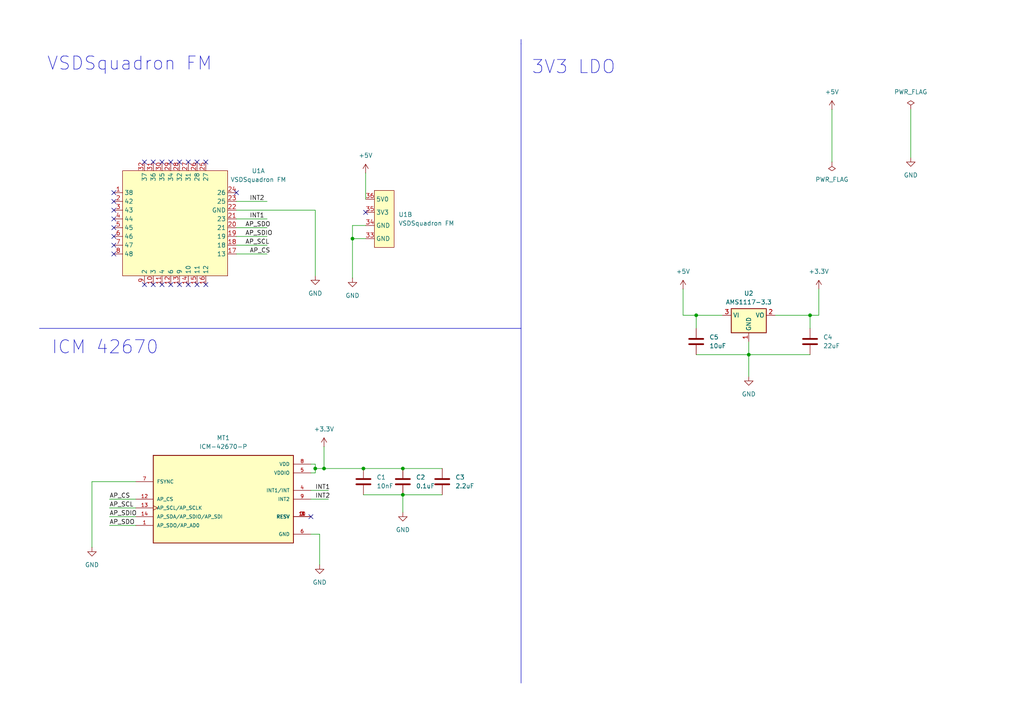
<source format=kicad_sch>
(kicad_sch
	(version 20231120)
	(generator "eeschema")
	(generator_version "8.0")
	(uuid "e44ebcba-9803-4d46-8212-e52caa27a74f")
	(paper "A4")
	(title_block
		(title "ICM42670-P VSDSquadron FM Shield")
		(date "2025-01-13")
		(rev "1A")
		(company "VLSI System Design")
	)
	(lib_symbols
		(symbol "Device:C"
			(pin_numbers hide)
			(pin_names
				(offset 0.254)
			)
			(exclude_from_sim no)
			(in_bom yes)
			(on_board yes)
			(property "Reference" "C"
				(at 0.635 2.54 0)
				(effects
					(font
						(size 1.27 1.27)
					)
					(justify left)
				)
			)
			(property "Value" "C"
				(at 0.635 -2.54 0)
				(effects
					(font
						(size 1.27 1.27)
					)
					(justify left)
				)
			)
			(property "Footprint" ""
				(at 0.9652 -3.81 0)
				(effects
					(font
						(size 1.27 1.27)
					)
					(hide yes)
				)
			)
			(property "Datasheet" "~"
				(at 0 0 0)
				(effects
					(font
						(size 1.27 1.27)
					)
					(hide yes)
				)
			)
			(property "Description" "Unpolarized capacitor"
				(at 0 0 0)
				(effects
					(font
						(size 1.27 1.27)
					)
					(hide yes)
				)
			)
			(property "ki_keywords" "cap capacitor"
				(at 0 0 0)
				(effects
					(font
						(size 1.27 1.27)
					)
					(hide yes)
				)
			)
			(property "ki_fp_filters" "C_*"
				(at 0 0 0)
				(effects
					(font
						(size 1.27 1.27)
					)
					(hide yes)
				)
			)
			(symbol "C_0_1"
				(polyline
					(pts
						(xy -2.032 -0.762) (xy 2.032 -0.762)
					)
					(stroke
						(width 0.508)
						(type default)
					)
					(fill
						(type none)
					)
				)
				(polyline
					(pts
						(xy -2.032 0.762) (xy 2.032 0.762)
					)
					(stroke
						(width 0.508)
						(type default)
					)
					(fill
						(type none)
					)
				)
			)
			(symbol "C_1_1"
				(pin passive line
					(at 0 3.81 270)
					(length 2.794)
					(name "~"
						(effects
							(font
								(size 1.27 1.27)
							)
						)
					)
					(number "1"
						(effects
							(font
								(size 1.27 1.27)
							)
						)
					)
				)
				(pin passive line
					(at 0 -3.81 90)
					(length 2.794)
					(name "~"
						(effects
							(font
								(size 1.27 1.27)
							)
						)
					)
					(number "2"
						(effects
							(font
								(size 1.27 1.27)
							)
						)
					)
				)
			)
		)
		(symbol "ICM-42670-P:ICM-42670-P"
			(pin_names
				(offset 1.016)
			)
			(exclude_from_sim no)
			(in_bom yes)
			(on_board yes)
			(property "Reference" "MT"
				(at -20.32 13.97 0)
				(effects
					(font
						(size 1.27 1.27)
					)
					(justify left bottom)
				)
			)
			(property "Value" "ICM-42670-P"
				(at -20.32 -15.24 0)
				(effects
					(font
						(size 1.27 1.27)
					)
					(justify left bottom)
				)
			)
			(property "Footprint" "ICM-42670-P:XDCR_ICM-42670-P"
				(at 0 0 0)
				(effects
					(font
						(size 1.27 1.27)
					)
					(justify bottom)
					(hide yes)
				)
			)
			(property "Datasheet" ""
				(at 0 0 0)
				(effects
					(font
						(size 1.27 1.27)
					)
					(hide yes)
				)
			)
			(property "Description" ""
				(at 0 0 0)
				(effects
					(font
						(size 1.27 1.27)
					)
					(hide yes)
				)
			)
			(property "MF" "TDK InvenSense"
				(at 0 0 0)
				(effects
					(font
						(size 1.27 1.27)
					)
					(justify bottom)
					(hide yes)
				)
			)
			(property "MAXIMUM_PACKAGE_HEIGHT" "0.81 mm"
				(at 0 0 0)
				(effects
					(font
						(size 1.27 1.27)
					)
					(justify bottom)
					(hide yes)
				)
			)
			(property "Package" "None"
				(at 0 0 0)
				(effects
					(font
						(size 1.27 1.27)
					)
					(justify bottom)
					(hide yes)
				)
			)
			(property "Price" "None"
				(at 0 0 0)
				(effects
					(font
						(size 1.27 1.27)
					)
					(justify bottom)
					(hide yes)
				)
			)
			(property "Check_prices" "https://www.snapeda.com/parts/ICM-42670-P/TDK/view-part/?ref=eda"
				(at 0 0 0)
				(effects
					(font
						(size 1.27 1.27)
					)
					(justify bottom)
					(hide yes)
				)
			)
			(property "STANDARD" "Manufacturer Recommendations"
				(at 0 0 0)
				(effects
					(font
						(size 1.27 1.27)
					)
					(justify bottom)
					(hide yes)
				)
			)
			(property "PARTREV" "1.1"
				(at 0 0 0)
				(effects
					(font
						(size 1.27 1.27)
					)
					(justify bottom)
					(hide yes)
				)
			)
			(property "SnapEDA_Link" "https://www.snapeda.com/parts/ICM-42670-P/TDK/view-part/?ref=snap"
				(at 0 0 0)
				(effects
					(font
						(size 1.27 1.27)
					)
					(justify bottom)
					(hide yes)
				)
			)
			(property "MP" "ICM-42670-P"
				(at 0 0 0)
				(effects
					(font
						(size 1.27 1.27)
					)
					(justify bottom)
					(hide yes)
				)
			)
			(property "Description_1" "\n                        \n                            Low-Power, Premium Performance 6-Axis MotionTrackingTM IMU with I3C, I2C and SPI interface in 2.5mm x 3mm Package\n                        \n"
				(at 0 0 0)
				(effects
					(font
						(size 1.27 1.27)
					)
					(justify bottom)
					(hide yes)
				)
			)
			(property "Availability" "In Stock"
				(at 0 0 0)
				(effects
					(font
						(size 1.27 1.27)
					)
					(justify bottom)
					(hide yes)
				)
			)
			(property "MANUFACTURER" "TDK InvenSense"
				(at 0 0 0)
				(effects
					(font
						(size 1.27 1.27)
					)
					(justify bottom)
					(hide yes)
				)
			)
			(symbol "ICM-42670-P_0_0"
				(rectangle
					(start -20.32 -12.7)
					(end 20.32 12.7)
					(stroke
						(width 0.254)
						(type default)
					)
					(fill
						(type background)
					)
				)
				(pin bidirectional line
					(at -25.4 -7.62 0)
					(length 5.08)
					(name "AP_SDO/AP_AD0"
						(effects
							(font
								(size 1.016 1.016)
							)
						)
					)
					(number "1"
						(effects
							(font
								(size 1.016 1.016)
							)
						)
					)
				)
				(pin passive line
					(at 25.4 -5.08 180)
					(length 5.08)
					(name "RESV"
						(effects
							(font
								(size 1.016 1.016)
							)
						)
					)
					(number "10"
						(effects
							(font
								(size 1.016 1.016)
							)
						)
					)
				)
				(pin passive line
					(at 25.4 -5.08 180)
					(length 5.08)
					(name "RESV"
						(effects
							(font
								(size 1.016 1.016)
							)
						)
					)
					(number "11"
						(effects
							(font
								(size 1.016 1.016)
							)
						)
					)
				)
				(pin input line
					(at -25.4 0 0)
					(length 5.08)
					(name "AP_CS"
						(effects
							(font
								(size 1.016 1.016)
							)
						)
					)
					(number "12"
						(effects
							(font
								(size 1.016 1.016)
							)
						)
					)
				)
				(pin input clock
					(at -25.4 -2.54 0)
					(length 5.08)
					(name "AP_SCL/AP_SCLK"
						(effects
							(font
								(size 1.016 1.016)
							)
						)
					)
					(number "13"
						(effects
							(font
								(size 1.016 1.016)
							)
						)
					)
				)
				(pin bidirectional line
					(at -25.4 -5.08 0)
					(length 5.08)
					(name "AP_SDA/AP_SDIO/AP_SDI"
						(effects
							(font
								(size 1.016 1.016)
							)
						)
					)
					(number "14"
						(effects
							(font
								(size 1.016 1.016)
							)
						)
					)
				)
				(pin passive line
					(at 25.4 -5.08 180)
					(length 5.08)
					(name "RESV"
						(effects
							(font
								(size 1.016 1.016)
							)
						)
					)
					(number "2"
						(effects
							(font
								(size 1.016 1.016)
							)
						)
					)
				)
				(pin passive line
					(at 25.4 -5.08 180)
					(length 5.08)
					(name "RESV"
						(effects
							(font
								(size 1.016 1.016)
							)
						)
					)
					(number "3"
						(effects
							(font
								(size 1.016 1.016)
							)
						)
					)
				)
				(pin output line
					(at 25.4 2.54 180)
					(length 5.08)
					(name "INT1/INT"
						(effects
							(font
								(size 1.016 1.016)
							)
						)
					)
					(number "4"
						(effects
							(font
								(size 1.016 1.016)
							)
						)
					)
				)
				(pin power_in line
					(at 25.4 7.62 180)
					(length 5.08)
					(name "VDDIO"
						(effects
							(font
								(size 1.016 1.016)
							)
						)
					)
					(number "5"
						(effects
							(font
								(size 1.016 1.016)
							)
						)
					)
				)
				(pin power_in line
					(at 25.4 -10.16 180)
					(length 5.08)
					(name "GND"
						(effects
							(font
								(size 1.016 1.016)
							)
						)
					)
					(number "6"
						(effects
							(font
								(size 1.016 1.016)
							)
						)
					)
				)
				(pin input line
					(at -25.4 5.08 0)
					(length 5.08)
					(name "FSYNC"
						(effects
							(font
								(size 1.016 1.016)
							)
						)
					)
					(number "7"
						(effects
							(font
								(size 1.016 1.016)
							)
						)
					)
				)
				(pin power_in line
					(at 25.4 10.16 180)
					(length 5.08)
					(name "VDD"
						(effects
							(font
								(size 1.016 1.016)
							)
						)
					)
					(number "8"
						(effects
							(font
								(size 1.016 1.016)
							)
						)
					)
				)
				(pin output line
					(at 25.4 0 180)
					(length 5.08)
					(name "INT2"
						(effects
							(font
								(size 1.016 1.016)
							)
						)
					)
					(number "9"
						(effects
							(font
								(size 1.016 1.016)
							)
						)
					)
				)
			)
		)
		(symbol "Regulator_Linear:AMS1117-3.3"
			(exclude_from_sim no)
			(in_bom yes)
			(on_board yes)
			(property "Reference" "U"
				(at -3.81 3.175 0)
				(effects
					(font
						(size 1.27 1.27)
					)
				)
			)
			(property "Value" "AMS1117-3.3"
				(at 0 3.175 0)
				(effects
					(font
						(size 1.27 1.27)
					)
					(justify left)
				)
			)
			(property "Footprint" "Package_TO_SOT_SMD:SOT-223-3_TabPin2"
				(at 0 5.08 0)
				(effects
					(font
						(size 1.27 1.27)
					)
					(hide yes)
				)
			)
			(property "Datasheet" "http://www.advanced-monolithic.com/pdf/ds1117.pdf"
				(at 2.54 -6.35 0)
				(effects
					(font
						(size 1.27 1.27)
					)
					(hide yes)
				)
			)
			(property "Description" "1A Low Dropout regulator, positive, 3.3V fixed output, SOT-223"
				(at 0 0 0)
				(effects
					(font
						(size 1.27 1.27)
					)
					(hide yes)
				)
			)
			(property "ki_keywords" "linear regulator ldo fixed positive"
				(at 0 0 0)
				(effects
					(font
						(size 1.27 1.27)
					)
					(hide yes)
				)
			)
			(property "ki_fp_filters" "SOT?223*TabPin2*"
				(at 0 0 0)
				(effects
					(font
						(size 1.27 1.27)
					)
					(hide yes)
				)
			)
			(symbol "AMS1117-3.3_0_1"
				(rectangle
					(start -5.08 -5.08)
					(end 5.08 1.905)
					(stroke
						(width 0.254)
						(type default)
					)
					(fill
						(type background)
					)
				)
			)
			(symbol "AMS1117-3.3_1_1"
				(pin power_in line
					(at 0 -7.62 90)
					(length 2.54)
					(name "GND"
						(effects
							(font
								(size 1.27 1.27)
							)
						)
					)
					(number "1"
						(effects
							(font
								(size 1.27 1.27)
							)
						)
					)
				)
				(pin power_out line
					(at 7.62 0 180)
					(length 2.54)
					(name "VO"
						(effects
							(font
								(size 1.27 1.27)
							)
						)
					)
					(number "2"
						(effects
							(font
								(size 1.27 1.27)
							)
						)
					)
				)
				(pin power_in line
					(at -7.62 0 0)
					(length 2.54)
					(name "VI"
						(effects
							(font
								(size 1.27 1.27)
							)
						)
					)
					(number "3"
						(effects
							(font
								(size 1.27 1.27)
							)
						)
					)
				)
			)
		)
		(symbol "VSDSquadron_FM:VSDSquadron_FM"
			(exclude_from_sim no)
			(in_bom yes)
			(on_board yes)
			(property "Reference" "U"
				(at -11.938 9.398 0)
				(effects
					(font
						(size 1.27 1.27)
					)
				)
			)
			(property "Value" "VSDSquadron FM"
				(at -0.254 9.144 0)
				(effects
					(font
						(size 1.27 1.27)
					)
				)
			)
			(property "Footprint" "VSDsquadron_FM:VSDSquadron_FM"
				(at 4.572 -2.286 0)
				(effects
					(font
						(size 1.27 1.27)
					)
					(hide yes)
				)
			)
			(property "Datasheet" "https://github.com/yathAg/VSDSquadron_FM"
				(at -4.318 -2.286 0)
				(effects
					(font
						(size 1.27 1.27)
					)
					(hide yes)
				)
			)
			(property "Description" ""
				(at -15.24 13.97 0)
				(effects
					(font
						(size 1.27 1.27)
					)
					(hide yes)
				)
			)
			(property "ki_locked" ""
				(at 0 0 0)
				(effects
					(font
						(size 1.27 1.27)
					)
				)
			)
			(symbol "VSDSquadron_FM_1_0"
				(pin bidirectional line
					(at -6.35 -17.78 90)
					(length 2.54)
					(name "3"
						(effects
							(font
								(size 1.27 1.27)
							)
						)
					)
					(number "10"
						(effects
							(font
								(size 1.27 1.27)
							)
						)
					)
				)
				(pin bidirectional line
					(at -3.81 -17.78 90)
					(length 2.54)
					(name "4"
						(effects
							(font
								(size 1.27 1.27)
							)
						)
					)
					(number "11"
						(effects
							(font
								(size 1.27 1.27)
							)
						)
					)
				)
				(pin bidirectional line
					(at -1.27 -17.78 90)
					(length 2.54)
					(name "6"
						(effects
							(font
								(size 1.27 1.27)
							)
						)
					)
					(number "12"
						(effects
							(font
								(size 1.27 1.27)
							)
						)
					)
				)
				(pin bidirectional line
					(at 1.27 -17.78 90)
					(length 2.54)
					(name "9"
						(effects
							(font
								(size 1.27 1.27)
							)
						)
					)
					(number "13"
						(effects
							(font
								(size 1.27 1.27)
							)
						)
					)
				)
				(pin bidirectional line
					(at 3.81 -17.78 90)
					(length 2.54)
					(name "10"
						(effects
							(font
								(size 1.27 1.27)
							)
						)
					)
					(number "14"
						(effects
							(font
								(size 1.27 1.27)
							)
						)
					)
				)
				(pin bidirectional line
					(at 17.78 -8.89 180)
					(length 2.54)
					(name "13"
						(effects
							(font
								(size 1.27 1.27)
							)
						)
					)
					(number "17"
						(effects
							(font
								(size 1.27 1.27)
							)
						)
					)
				)
				(pin bidirectional line
					(at 17.78 -6.35 180)
					(length 2.54)
					(name "18"
						(effects
							(font
								(size 1.27 1.27)
							)
						)
					)
					(number "18"
						(effects
							(font
								(size 1.27 1.27)
							)
						)
					)
				)
				(pin bidirectional line
					(at 17.78 -3.81 180)
					(length 2.54)
					(name "19"
						(effects
							(font
								(size 1.27 1.27)
							)
						)
					)
					(number "19"
						(effects
							(font
								(size 1.27 1.27)
							)
						)
					)
				)
				(pin bidirectional line
					(at 17.78 -1.27 180)
					(length 2.54)
					(name "21"
						(effects
							(font
								(size 1.27 1.27)
							)
						)
					)
					(number "20"
						(effects
							(font
								(size 1.27 1.27)
							)
						)
					)
				)
				(pin bidirectional line
					(at 17.78 1.27 180)
					(length 2.54)
					(name "23"
						(effects
							(font
								(size 1.27 1.27)
							)
						)
					)
					(number "21"
						(effects
							(font
								(size 1.27 1.27)
							)
						)
					)
				)
				(pin power_in line
					(at 17.78 3.81 180)
					(length 2.54)
					(name "GND"
						(effects
							(font
								(size 1.27 1.27)
							)
						)
					)
					(number "22"
						(effects
							(font
								(size 1.27 1.27)
							)
						)
					)
				)
				(pin bidirectional line
					(at 17.78 6.35 180)
					(length 2.54)
					(name "25"
						(effects
							(font
								(size 1.27 1.27)
							)
						)
					)
					(number "23"
						(effects
							(font
								(size 1.27 1.27)
							)
						)
					)
				)
				(pin bidirectional line
					(at 17.78 8.89 180)
					(length 2.54)
					(name "26"
						(effects
							(font
								(size 1.27 1.27)
							)
						)
					)
					(number "24"
						(effects
							(font
								(size 1.27 1.27)
							)
						)
					)
				)
				(pin bidirectional line
					(at 8.89 17.78 270)
					(length 2.54)
					(name "27"
						(effects
							(font
								(size 1.27 1.27)
							)
						)
					)
					(number "25"
						(effects
							(font
								(size 1.27 1.27)
							)
						)
					)
				)
				(pin bidirectional line
					(at 6.35 17.78 270)
					(length 2.54)
					(name "28"
						(effects
							(font
								(size 1.27 1.27)
							)
						)
					)
					(number "26"
						(effects
							(font
								(size 1.27 1.27)
							)
						)
					)
				)
				(pin bidirectional line
					(at -1.27 17.78 270)
					(length 2.54)
					(name "34"
						(effects
							(font
								(size 1.27 1.27)
							)
						)
					)
					(number "29"
						(effects
							(font
								(size 1.27 1.27)
							)
						)
					)
				)
				(pin bidirectional line
					(at -17.78 3.81 0)
					(length 2.54)
					(name "43"
						(effects
							(font
								(size 1.27 1.27)
							)
						)
					)
					(number "3"
						(effects
							(font
								(size 1.27 1.27)
							)
						)
					)
				)
				(pin bidirectional line
					(at -3.81 17.78 270)
					(length 2.54)
					(name "35"
						(effects
							(font
								(size 1.27 1.27)
							)
						)
					)
					(number "30"
						(effects
							(font
								(size 1.27 1.27)
							)
						)
					)
				)
				(pin bidirectional line
					(at -6.35 17.78 270)
					(length 2.54)
					(name "36"
						(effects
							(font
								(size 1.27 1.27)
							)
						)
					)
					(number "31"
						(effects
							(font
								(size 1.27 1.27)
							)
						)
					)
				)
				(pin bidirectional line
					(at -8.89 17.78 270)
					(length 2.54)
					(name "37"
						(effects
							(font
								(size 1.27 1.27)
							)
						)
					)
					(number "32"
						(effects
							(font
								(size 1.27 1.27)
							)
						)
					)
				)
				(pin bidirectional line
					(at -17.78 1.27 0)
					(length 2.54)
					(name "44"
						(effects
							(font
								(size 1.27 1.27)
							)
						)
					)
					(number "4"
						(effects
							(font
								(size 1.27 1.27)
							)
						)
					)
				)
				(pin bidirectional line
					(at -17.78 -1.27 0)
					(length 2.54)
					(name "45"
						(effects
							(font
								(size 1.27 1.27)
							)
						)
					)
					(number "5"
						(effects
							(font
								(size 1.27 1.27)
							)
						)
					)
				)
				(pin bidirectional line
					(at -17.78 -3.81 0)
					(length 2.54)
					(name "46"
						(effects
							(font
								(size 1.27 1.27)
							)
						)
					)
					(number "6"
						(effects
							(font
								(size 1.27 1.27)
							)
						)
					)
				)
				(pin bidirectional line
					(at -17.78 -6.35 0)
					(length 2.54)
					(name "47"
						(effects
							(font
								(size 1.27 1.27)
							)
						)
					)
					(number "7"
						(effects
							(font
								(size 1.27 1.27)
							)
						)
					)
				)
			)
			(symbol "VSDSquadron_FM_1_1"
				(rectangle
					(start -15.24 15.24)
					(end 15.24 -15.24)
					(stroke
						(width 0)
						(type default)
					)
					(fill
						(type background)
					)
				)
				(pin bidirectional line
					(at -17.78 8.89 0)
					(length 2.54)
					(name "38"
						(effects
							(font
								(size 1.27 1.27)
							)
						)
					)
					(number "1"
						(effects
							(font
								(size 1.27 1.27)
							)
						)
					)
				)
				(pin bidirectional line
					(at 6.35 -17.78 90)
					(length 2.54)
					(name "11"
						(effects
							(font
								(size 1.27 1.27)
							)
						)
					)
					(number "15"
						(effects
							(font
								(size 1.27 1.27)
							)
						)
					)
				)
				(pin bidirectional line
					(at 8.89 -17.78 90)
					(length 2.54)
					(name "12"
						(effects
							(font
								(size 1.27 1.27)
							)
						)
					)
					(number "16"
						(effects
							(font
								(size 1.27 1.27)
							)
						)
					)
				)
				(pin bidirectional line
					(at -17.78 6.35 0)
					(length 2.54)
					(name "42"
						(effects
							(font
								(size 1.27 1.27)
							)
						)
					)
					(number "2"
						(effects
							(font
								(size 1.27 1.27)
							)
						)
					)
				)
				(pin bidirectional line
					(at 3.81 17.78 270)
					(length 2.54)
					(name "31"
						(effects
							(font
								(size 1.27 1.27)
							)
						)
					)
					(number "27"
						(effects
							(font
								(size 1.27 1.27)
							)
						)
					)
				)
				(pin bidirectional line
					(at 1.27 17.78 270)
					(length 2.54)
					(name "32"
						(effects
							(font
								(size 1.27 1.27)
							)
						)
					)
					(number "28"
						(effects
							(font
								(size 1.27 1.27)
							)
						)
					)
				)
				(pin bidirectional line
					(at -17.78 -8.89 0)
					(length 2.54)
					(name "48"
						(effects
							(font
								(size 1.27 1.27)
							)
						)
					)
					(number "8"
						(effects
							(font
								(size 1.27 1.27)
							)
						)
					)
				)
				(pin bidirectional line
					(at -8.89 -17.78 90)
					(length 2.54)
					(name "2"
						(effects
							(font
								(size 1.27 1.27)
							)
						)
					)
					(number "9"
						(effects
							(font
								(size 1.27 1.27)
							)
						)
					)
				)
			)
			(symbol "VSDSquadron_FM_2_1"
				(rectangle
					(start -3.175 8.255)
					(end 2.54 -8.255)
					(stroke
						(width 0)
						(type default)
					)
					(fill
						(type background)
					)
				)
				(pin power_in line
					(at -5.715 -5.715 0)
					(length 2.54)
					(name "GND"
						(effects
							(font
								(size 1.27 1.27)
							)
						)
					)
					(number "33"
						(effects
							(font
								(size 1.27 1.27)
							)
						)
					)
				)
				(pin power_in line
					(at -5.715 -1.905 0)
					(length 2.54)
					(name "GND"
						(effects
							(font
								(size 1.27 1.27)
							)
						)
					)
					(number "34"
						(effects
							(font
								(size 1.27 1.27)
							)
						)
					)
				)
				(pin power_in line
					(at -5.715 1.905 0)
					(length 2.54)
					(name "3V3"
						(effects
							(font
								(size 1.27 1.27)
							)
						)
					)
					(number "35"
						(effects
							(font
								(size 1.27 1.27)
							)
						)
					)
				)
				(pin power_in line
					(at -5.715 5.715 0)
					(length 2.54)
					(name "5V0"
						(effects
							(font
								(size 1.27 1.27)
							)
						)
					)
					(number "36"
						(effects
							(font
								(size 1.27 1.27)
							)
						)
					)
				)
			)
		)
		(symbol "power:+3.3V"
			(power)
			(pin_numbers hide)
			(pin_names
				(offset 0) hide)
			(exclude_from_sim no)
			(in_bom yes)
			(on_board yes)
			(property "Reference" "#PWR"
				(at 0 -3.81 0)
				(effects
					(font
						(size 1.27 1.27)
					)
					(hide yes)
				)
			)
			(property "Value" "+3.3V"
				(at 0 3.556 0)
				(effects
					(font
						(size 1.27 1.27)
					)
				)
			)
			(property "Footprint" ""
				(at 0 0 0)
				(effects
					(font
						(size 1.27 1.27)
					)
					(hide yes)
				)
			)
			(property "Datasheet" ""
				(at 0 0 0)
				(effects
					(font
						(size 1.27 1.27)
					)
					(hide yes)
				)
			)
			(property "Description" "Power symbol creates a global label with name \"+3.3V\""
				(at 0 0 0)
				(effects
					(font
						(size 1.27 1.27)
					)
					(hide yes)
				)
			)
			(property "ki_keywords" "global power"
				(at 0 0 0)
				(effects
					(font
						(size 1.27 1.27)
					)
					(hide yes)
				)
			)
			(symbol "+3.3V_0_1"
				(polyline
					(pts
						(xy -0.762 1.27) (xy 0 2.54)
					)
					(stroke
						(width 0)
						(type default)
					)
					(fill
						(type none)
					)
				)
				(polyline
					(pts
						(xy 0 0) (xy 0 2.54)
					)
					(stroke
						(width 0)
						(type default)
					)
					(fill
						(type none)
					)
				)
				(polyline
					(pts
						(xy 0 2.54) (xy 0.762 1.27)
					)
					(stroke
						(width 0)
						(type default)
					)
					(fill
						(type none)
					)
				)
			)
			(symbol "+3.3V_1_1"
				(pin power_in line
					(at 0 0 90)
					(length 0)
					(name "~"
						(effects
							(font
								(size 1.27 1.27)
							)
						)
					)
					(number "1"
						(effects
							(font
								(size 1.27 1.27)
							)
						)
					)
				)
			)
		)
		(symbol "power:+5V"
			(power)
			(pin_numbers hide)
			(pin_names
				(offset 0) hide)
			(exclude_from_sim no)
			(in_bom yes)
			(on_board yes)
			(property "Reference" "#PWR"
				(at 0 -3.81 0)
				(effects
					(font
						(size 1.27 1.27)
					)
					(hide yes)
				)
			)
			(property "Value" "+5V"
				(at 0 3.556 0)
				(effects
					(font
						(size 1.27 1.27)
					)
				)
			)
			(property "Footprint" ""
				(at 0 0 0)
				(effects
					(font
						(size 1.27 1.27)
					)
					(hide yes)
				)
			)
			(property "Datasheet" ""
				(at 0 0 0)
				(effects
					(font
						(size 1.27 1.27)
					)
					(hide yes)
				)
			)
			(property "Description" "Power symbol creates a global label with name \"+5V\""
				(at 0 0 0)
				(effects
					(font
						(size 1.27 1.27)
					)
					(hide yes)
				)
			)
			(property "ki_keywords" "global power"
				(at 0 0 0)
				(effects
					(font
						(size 1.27 1.27)
					)
					(hide yes)
				)
			)
			(symbol "+5V_0_1"
				(polyline
					(pts
						(xy -0.762 1.27) (xy 0 2.54)
					)
					(stroke
						(width 0)
						(type default)
					)
					(fill
						(type none)
					)
				)
				(polyline
					(pts
						(xy 0 0) (xy 0 2.54)
					)
					(stroke
						(width 0)
						(type default)
					)
					(fill
						(type none)
					)
				)
				(polyline
					(pts
						(xy 0 2.54) (xy 0.762 1.27)
					)
					(stroke
						(width 0)
						(type default)
					)
					(fill
						(type none)
					)
				)
			)
			(symbol "+5V_1_1"
				(pin power_in line
					(at 0 0 90)
					(length 0)
					(name "~"
						(effects
							(font
								(size 1.27 1.27)
							)
						)
					)
					(number "1"
						(effects
							(font
								(size 1.27 1.27)
							)
						)
					)
				)
			)
		)
		(symbol "power:GND"
			(power)
			(pin_numbers hide)
			(pin_names
				(offset 0) hide)
			(exclude_from_sim no)
			(in_bom yes)
			(on_board yes)
			(property "Reference" "#PWR"
				(at 0 -6.35 0)
				(effects
					(font
						(size 1.27 1.27)
					)
					(hide yes)
				)
			)
			(property "Value" "GND"
				(at 0 -3.81 0)
				(effects
					(font
						(size 1.27 1.27)
					)
				)
			)
			(property "Footprint" ""
				(at 0 0 0)
				(effects
					(font
						(size 1.27 1.27)
					)
					(hide yes)
				)
			)
			(property "Datasheet" ""
				(at 0 0 0)
				(effects
					(font
						(size 1.27 1.27)
					)
					(hide yes)
				)
			)
			(property "Description" "Power symbol creates a global label with name \"GND\" , ground"
				(at 0 0 0)
				(effects
					(font
						(size 1.27 1.27)
					)
					(hide yes)
				)
			)
			(property "ki_keywords" "global power"
				(at 0 0 0)
				(effects
					(font
						(size 1.27 1.27)
					)
					(hide yes)
				)
			)
			(symbol "GND_0_1"
				(polyline
					(pts
						(xy 0 0) (xy 0 -1.27) (xy 1.27 -1.27) (xy 0 -2.54) (xy -1.27 -1.27) (xy 0 -1.27)
					)
					(stroke
						(width 0)
						(type default)
					)
					(fill
						(type none)
					)
				)
			)
			(symbol "GND_1_1"
				(pin power_in line
					(at 0 0 270)
					(length 0)
					(name "~"
						(effects
							(font
								(size 1.27 1.27)
							)
						)
					)
					(number "1"
						(effects
							(font
								(size 1.27 1.27)
							)
						)
					)
				)
			)
		)
		(symbol "power:PWR_FLAG"
			(power)
			(pin_numbers hide)
			(pin_names
				(offset 0) hide)
			(exclude_from_sim no)
			(in_bom yes)
			(on_board yes)
			(property "Reference" "#FLG"
				(at 0 1.905 0)
				(effects
					(font
						(size 1.27 1.27)
					)
					(hide yes)
				)
			)
			(property "Value" "PWR_FLAG"
				(at 0 3.81 0)
				(effects
					(font
						(size 1.27 1.27)
					)
				)
			)
			(property "Footprint" ""
				(at 0 0 0)
				(effects
					(font
						(size 1.27 1.27)
					)
					(hide yes)
				)
			)
			(property "Datasheet" "~"
				(at 0 0 0)
				(effects
					(font
						(size 1.27 1.27)
					)
					(hide yes)
				)
			)
			(property "Description" "Special symbol for telling ERC where power comes from"
				(at 0 0 0)
				(effects
					(font
						(size 1.27 1.27)
					)
					(hide yes)
				)
			)
			(property "ki_keywords" "flag power"
				(at 0 0 0)
				(effects
					(font
						(size 1.27 1.27)
					)
					(hide yes)
				)
			)
			(symbol "PWR_FLAG_0_0"
				(pin power_out line
					(at 0 0 90)
					(length 0)
					(name "~"
						(effects
							(font
								(size 1.27 1.27)
							)
						)
					)
					(number "1"
						(effects
							(font
								(size 1.27 1.27)
							)
						)
					)
				)
			)
			(symbol "PWR_FLAG_0_1"
				(polyline
					(pts
						(xy 0 0) (xy 0 1.27) (xy -1.016 1.905) (xy 0 2.54) (xy 1.016 1.905) (xy 0 1.27)
					)
					(stroke
						(width 0)
						(type default)
					)
					(fill
						(type none)
					)
				)
			)
		)
	)
	(junction
		(at 102.235 69.215)
		(diameter 0)
		(color 0 0 0 0)
		(uuid "00394de1-34b3-4724-8419-90496df71716")
	)
	(junction
		(at 91.44 135.89)
		(diameter 0)
		(color 0 0 0 0)
		(uuid "4d505799-10ba-4e7c-8b4b-70eda1f6a5bb")
	)
	(junction
		(at 201.93 91.44)
		(diameter 0)
		(color 0 0 0 0)
		(uuid "6f1bcd0a-e3e0-47b8-b90f-60ba9d87e86c")
	)
	(junction
		(at 116.84 143.51)
		(diameter 0)
		(color 0 0 0 0)
		(uuid "8a42cbdf-b9d9-4ea5-881a-e4b0ded2a868")
	)
	(junction
		(at 116.84 135.89)
		(diameter 0)
		(color 0 0 0 0)
		(uuid "c4724152-a1d3-4c0c-bb8d-2d9bd25c15d9")
	)
	(junction
		(at 217.17 102.87)
		(diameter 0)
		(color 0 0 0 0)
		(uuid "cff4f450-a516-46e1-87c6-e2590df3f68a")
	)
	(junction
		(at 105.41 135.89)
		(diameter 0)
		(color 0 0 0 0)
		(uuid "ef741188-36b9-4929-9708-efaed7f9238a")
	)
	(junction
		(at 234.95 91.44)
		(diameter 0)
		(color 0 0 0 0)
		(uuid "fbcada62-0ada-49d6-a30e-eb3bbe4eef03")
	)
	(junction
		(at 93.98 135.89)
		(diameter 0)
		(color 0 0 0 0)
		(uuid "fe125f0d-353f-4008-b4c0-f7cacecb064e")
	)
	(no_connect
		(at 41.91 82.55)
		(uuid "0a2394b9-4d56-41a3-b4bc-f47d14cd9944")
	)
	(no_connect
		(at 44.45 82.55)
		(uuid "2b78c9d1-56dd-49b4-b948-8ad2e78f442d")
	)
	(no_connect
		(at 46.99 82.55)
		(uuid "2cd2696e-97c6-4bf9-8dd7-5a1a0c7ca2dd")
	)
	(no_connect
		(at 54.61 46.99)
		(uuid "33df9020-af65-4f7e-a848-98ed28a3af12")
	)
	(no_connect
		(at 106.045 61.595)
		(uuid "3b076e77-bf5f-4fe3-9911-767d52331a87")
	)
	(no_connect
		(at 90.17 149.86)
		(uuid "48483704-a6cf-4bb5-b71c-1e8439ba9284")
	)
	(no_connect
		(at 59.69 46.99)
		(uuid "511275b6-7038-4261-a8e9-f31b7dceb391")
	)
	(no_connect
		(at 33.02 60.96)
		(uuid "519659aa-b029-4e21-8e65-1c657b340e22")
	)
	(no_connect
		(at 57.15 46.99)
		(uuid "5b786651-865a-4f49-afc9-d30e291eb2ea")
	)
	(no_connect
		(at 46.99 46.99)
		(uuid "6bb66db0-1c30-4313-90de-07c7fb7fbe6c")
	)
	(no_connect
		(at 54.61 82.55)
		(uuid "6eedab62-ae8f-4d96-9f96-783e73c466cb")
	)
	(no_connect
		(at 52.07 46.99)
		(uuid "73509884-af72-4e55-a5f0-b479c2f77d6b")
	)
	(no_connect
		(at 68.58 55.88)
		(uuid "74cc226c-c6e0-4957-bc5e-3681a6b5470c")
	)
	(no_connect
		(at 49.53 46.99)
		(uuid "86db6f59-5a13-4d9a-80cd-eda46ea5e9c1")
	)
	(no_connect
		(at 33.02 71.12)
		(uuid "9317f40a-e2d2-4aee-a7aa-be2c7f219aff")
	)
	(no_connect
		(at 41.91 46.99)
		(uuid "96df122f-da6d-4b78-9fda-79af920b2894")
	)
	(no_connect
		(at 33.02 66.04)
		(uuid "a81bb0e2-4078-48a4-9f62-62d70ff5d30a")
	)
	(no_connect
		(at 49.53 82.55)
		(uuid "b82ca51e-7927-4977-a4f1-1eb9bb8759e8")
	)
	(no_connect
		(at 33.02 63.5)
		(uuid "b8301154-b40c-4a55-a718-9efb905dfe1d")
	)
	(no_connect
		(at 33.02 58.42)
		(uuid "bccc056f-03bf-4697-8fb5-c519162ec60f")
	)
	(no_connect
		(at 59.69 82.55)
		(uuid "bf3d5df3-901a-4dcb-8834-be8365997a83")
	)
	(no_connect
		(at 33.02 68.58)
		(uuid "bfe1b2c1-6e8c-4e32-866b-64d3eccc0028")
	)
	(no_connect
		(at 57.15 82.55)
		(uuid "c9b65334-b608-4da9-83b8-3ae32a7379ad")
	)
	(no_connect
		(at 33.02 55.88)
		(uuid "d3b60ea5-2444-47bf-9edd-522ee276e99c")
	)
	(no_connect
		(at 44.45 46.99)
		(uuid "dc708639-8cfb-4a69-9eb1-75ebc873ad7b")
	)
	(no_connect
		(at 52.07 82.55)
		(uuid "e9da4e39-55be-4045-9edc-d3bf765e0374")
	)
	(no_connect
		(at 33.02 73.66)
		(uuid "f59ccb67-0351-46e1-86b3-91ed46881d0b")
	)
	(wire
		(pts
			(xy 39.37 147.32) (xy 31.75 147.32)
		)
		(stroke
			(width 0)
			(type default)
		)
		(uuid "0103999a-67e7-48ea-ae46-d78ddbe06b49")
	)
	(wire
		(pts
			(xy 116.84 143.51) (xy 116.84 148.59)
		)
		(stroke
			(width 0)
			(type default)
		)
		(uuid "03437fe1-2b40-4c71-b56a-1e46529efca6")
	)
	(wire
		(pts
			(xy 105.41 143.51) (xy 116.84 143.51)
		)
		(stroke
			(width 0)
			(type default)
		)
		(uuid "179b77ca-046a-4862-8b02-55c0325e5a05")
	)
	(wire
		(pts
			(xy 105.41 135.89) (xy 116.84 135.89)
		)
		(stroke
			(width 0)
			(type default)
		)
		(uuid "238bf0f0-4fad-4c51-80b9-782e91e8ba7f")
	)
	(wire
		(pts
			(xy 91.44 134.62) (xy 91.44 135.89)
		)
		(stroke
			(width 0)
			(type default)
		)
		(uuid "240ef220-21ba-41e3-a9b9-b8a02fdd8d67")
	)
	(wire
		(pts
			(xy 91.44 137.16) (xy 90.17 137.16)
		)
		(stroke
			(width 0)
			(type default)
		)
		(uuid "2c24f5f8-039e-4f2a-9349-9166b6820e1e")
	)
	(wire
		(pts
			(xy 217.17 102.87) (xy 217.17 109.22)
		)
		(stroke
			(width 0)
			(type default)
		)
		(uuid "2d3ebcb3-879f-45df-b881-659a3ed476e9")
	)
	(wire
		(pts
			(xy 91.44 135.89) (xy 91.44 137.16)
		)
		(stroke
			(width 0)
			(type default)
		)
		(uuid "3a9276b6-de4f-4123-95d9-592f73447aec")
	)
	(wire
		(pts
			(xy 224.79 91.44) (xy 234.95 91.44)
		)
		(stroke
			(width 0)
			(type default)
		)
		(uuid "410f8a94-fe99-45b4-be73-83b728b5220a")
	)
	(wire
		(pts
			(xy 116.84 135.89) (xy 128.27 135.89)
		)
		(stroke
			(width 0)
			(type default)
		)
		(uuid "41afdcfa-6d98-4027-b4c5-c7277b25c907")
	)
	(wire
		(pts
			(xy 237.49 91.44) (xy 237.49 83.82)
		)
		(stroke
			(width 0)
			(type default)
		)
		(uuid "4efe94e2-ddbd-4dd2-80e9-f79d2ff910e4")
	)
	(wire
		(pts
			(xy 31.75 144.78) (xy 39.37 144.78)
		)
		(stroke
			(width 0)
			(type default)
		)
		(uuid "58249b2e-3438-413d-84fa-051763128134")
	)
	(wire
		(pts
			(xy 116.84 143.51) (xy 128.27 143.51)
		)
		(stroke
			(width 0)
			(type default)
		)
		(uuid "5adf0ddc-d4cc-40ec-9627-0e9aafe03630")
	)
	(wire
		(pts
			(xy 90.17 142.24) (xy 95.25 142.24)
		)
		(stroke
			(width 0)
			(type default)
		)
		(uuid "5e954310-4756-4f4b-aad5-9241f246785e")
	)
	(wire
		(pts
			(xy 68.58 68.58) (xy 77.47 68.58)
		)
		(stroke
			(width 0)
			(type default)
		)
		(uuid "6212a740-c29e-486e-8a4f-4cd1c343f616")
	)
	(wire
		(pts
			(xy 90.17 134.62) (xy 91.44 134.62)
		)
		(stroke
			(width 0)
			(type default)
		)
		(uuid "64d1ae95-ac1f-41c9-92b0-c1b709ec88d9")
	)
	(wire
		(pts
			(xy 201.93 91.44) (xy 201.93 95.25)
		)
		(stroke
			(width 0)
			(type default)
		)
		(uuid "6543abe4-3223-42bc-8ef5-d1599d589522")
	)
	(wire
		(pts
			(xy 68.58 66.04) (xy 77.47 66.04)
		)
		(stroke
			(width 0)
			(type default)
		)
		(uuid "688b4a26-b8fd-4966-a8c2-05d7689689e3")
	)
	(wire
		(pts
			(xy 201.93 102.87) (xy 217.17 102.87)
		)
		(stroke
			(width 0)
			(type default)
		)
		(uuid "6f13c41f-9adb-4c67-96ce-42cf5894dbd4")
	)
	(wire
		(pts
			(xy 39.37 149.86) (xy 31.75 149.86)
		)
		(stroke
			(width 0)
			(type default)
		)
		(uuid "7471a0a2-043d-4196-a9c2-a6a2264a630c")
	)
	(wire
		(pts
			(xy 201.93 91.44) (xy 198.12 91.44)
		)
		(stroke
			(width 0)
			(type default)
		)
		(uuid "86c252a6-b6f4-4e96-889a-c8feabec14a8")
	)
	(wire
		(pts
			(xy 234.95 91.44) (xy 237.49 91.44)
		)
		(stroke
			(width 0)
			(type default)
		)
		(uuid "87d60868-88ac-4e39-b408-d440de0ec04e")
	)
	(polyline
		(pts
			(xy 151.13 12.7) (xy 151.13 198.12)
		)
		(stroke
			(width 0)
			(type default)
		)
		(uuid "8ba3716e-6890-4b10-9dc1-559e8ac9ee1b")
	)
	(wire
		(pts
			(xy 217.17 102.87) (xy 234.95 102.87)
		)
		(stroke
			(width 0)
			(type default)
		)
		(uuid "8f20b755-f21c-428a-b2d3-3d80438efb0e")
	)
	(wire
		(pts
			(xy 198.12 91.44) (xy 198.12 83.82)
		)
		(stroke
			(width 0)
			(type default)
		)
		(uuid "91500d45-a34a-40e5-ab9e-8ac55e63b992")
	)
	(wire
		(pts
			(xy 68.58 73.66) (xy 77.47 73.66)
		)
		(stroke
			(width 0)
			(type default)
		)
		(uuid "91d9ab56-c05c-4385-bb0e-5bf20a0a10b1")
	)
	(polyline
		(pts
			(xy 11.43 95.25) (xy 151.13 95.25)
		)
		(stroke
			(width 0)
			(type default)
		)
		(uuid "996976fc-bdcc-4a3d-b886-cdfaf10e5d7b")
	)
	(wire
		(pts
			(xy 39.37 152.4) (xy 31.75 152.4)
		)
		(stroke
			(width 0)
			(type default)
		)
		(uuid "99bbb503-14c4-4839-b9c1-7522dc7b53a4")
	)
	(wire
		(pts
			(xy 93.98 135.89) (xy 105.41 135.89)
		)
		(stroke
			(width 0)
			(type default)
		)
		(uuid "9d003010-6666-4b38-a2d7-3ec24f03c751")
	)
	(wire
		(pts
			(xy 102.235 69.215) (xy 102.235 80.645)
		)
		(stroke
			(width 0)
			(type default)
		)
		(uuid "9f751c83-5643-49c0-8933-ff4e8b1ad67b")
	)
	(wire
		(pts
			(xy 241.3 31.75) (xy 241.3 46.99)
		)
		(stroke
			(width 0)
			(type default)
		)
		(uuid "a1fcf21c-d640-4d3b-b404-d376559375ac")
	)
	(wire
		(pts
			(xy 39.37 139.7) (xy 26.67 139.7)
		)
		(stroke
			(width 0)
			(type default)
		)
		(uuid "a5232dfe-7538-4f33-a8da-ad97c5d1976d")
	)
	(wire
		(pts
			(xy 90.17 154.94) (xy 92.71 154.94)
		)
		(stroke
			(width 0)
			(type default)
		)
		(uuid "a5b946ec-b48f-43d4-85cf-933057494684")
	)
	(wire
		(pts
			(xy 68.58 60.96) (xy 91.44 60.96)
		)
		(stroke
			(width 0)
			(type default)
		)
		(uuid "a5bd841b-5fc3-45bb-96ba-757c88745376")
	)
	(wire
		(pts
			(xy 93.98 129.54) (xy 93.98 135.89)
		)
		(stroke
			(width 0)
			(type default)
		)
		(uuid "b9e0bd6c-f4d7-4aea-8e44-3400fb993450")
	)
	(wire
		(pts
			(xy 106.045 65.405) (xy 102.235 65.405)
		)
		(stroke
			(width 0)
			(type default)
		)
		(uuid "c2b6c2f0-152e-4b3c-936f-a97aa0701308")
	)
	(wire
		(pts
			(xy 102.235 69.215) (xy 106.045 69.215)
		)
		(stroke
			(width 0)
			(type default)
		)
		(uuid "c35f107e-d1b3-4260-8e01-831969a465bc")
	)
	(wire
		(pts
			(xy 102.235 65.405) (xy 102.235 69.215)
		)
		(stroke
			(width 0)
			(type default)
		)
		(uuid "d251a37c-508f-4a22-85c4-1e6f18227ced")
	)
	(wire
		(pts
			(xy 264.16 31.75) (xy 264.16 45.72)
		)
		(stroke
			(width 0)
			(type default)
		)
		(uuid "d39f63ea-69cd-4689-906f-4efe201eefe0")
	)
	(wire
		(pts
			(xy 26.67 139.7) (xy 26.67 158.75)
		)
		(stroke
			(width 0)
			(type default)
		)
		(uuid "db3f433a-0257-43d2-be09-3935ead70c24")
	)
	(polyline
		(pts
			(xy 151.13 11.43) (xy 151.13 12.7)
		)
		(stroke
			(width 0)
			(type default)
		)
		(uuid "dba8627d-bac6-4218-aa16-a34f0ca5eb59")
	)
	(wire
		(pts
			(xy 93.98 135.89) (xy 91.44 135.89)
		)
		(stroke
			(width 0)
			(type default)
		)
		(uuid "e239eb4c-93de-4514-a0b1-337a5f4aa44d")
	)
	(wire
		(pts
			(xy 234.95 91.44) (xy 234.95 95.25)
		)
		(stroke
			(width 0)
			(type default)
		)
		(uuid "e50261ec-ec2b-42e7-9673-f54d47edabe1")
	)
	(wire
		(pts
			(xy 106.045 57.785) (xy 106.045 50.165)
		)
		(stroke
			(width 0)
			(type default)
		)
		(uuid "e71083ad-1a97-4336-8d38-e6aef354b511")
	)
	(wire
		(pts
			(xy 68.58 58.42) (xy 77.47 58.42)
		)
		(stroke
			(width 0)
			(type default)
		)
		(uuid "e7172482-7bdf-4446-ab5c-e0c79d4374f5")
	)
	(wire
		(pts
			(xy 217.17 99.06) (xy 217.17 102.87)
		)
		(stroke
			(width 0)
			(type default)
		)
		(uuid "ea1fa23b-fcf6-4be0-80a2-1c817f7a3e52")
	)
	(wire
		(pts
			(xy 90.17 144.78) (xy 95.25 144.78)
		)
		(stroke
			(width 0)
			(type default)
		)
		(uuid "eb30d16c-6393-48da-8049-1cc94980fb7a")
	)
	(wire
		(pts
			(xy 68.58 71.12) (xy 77.47 71.12)
		)
		(stroke
			(width 0)
			(type default)
		)
		(uuid "eda2f56e-0b0a-4a65-b107-efe2c951a1d3")
	)
	(wire
		(pts
			(xy 68.58 63.5) (xy 77.47 63.5)
		)
		(stroke
			(width 0)
			(type default)
		)
		(uuid "ee72cec3-7493-408e-9a74-fae2ea25dbcc")
	)
	(wire
		(pts
			(xy 92.71 154.94) (xy 92.71 163.83)
		)
		(stroke
			(width 0)
			(type default)
		)
		(uuid "f5c14d16-54ec-4eaf-b2bb-8d37f6bf5c8b")
	)
	(wire
		(pts
			(xy 91.44 60.96) (xy 91.44 80.01)
		)
		(stroke
			(width 0)
			(type default)
		)
		(uuid "fbceb84b-0864-40c8-b223-3921461ab7d7")
	)
	(wire
		(pts
			(xy 209.55 91.44) (xy 201.93 91.44)
		)
		(stroke
			(width 0)
			(type default)
		)
		(uuid "fc5d7de6-9595-44de-93be-51182bfe679b")
	)
	(text "3V3 LDO"
		(exclude_from_sim no)
		(at 166.37 19.558 0)
		(effects
			(font
				(size 3.81 3.81)
			)
		)
		(uuid "559cbbd1-3741-489b-ba4a-d822e01a67f7")
	)
	(text "ICM 42670"
		(exclude_from_sim no)
		(at 30.48 100.838 0)
		(effects
			(font
				(size 3.81 3.81)
			)
		)
		(uuid "8186a1ee-0cb6-478b-a0cc-20c1cdcbef5c")
	)
	(text "VSDSquadron FM"
		(exclude_from_sim no)
		(at 37.592 18.542 0)
		(effects
			(font
				(size 3.81 3.81)
			)
		)
		(uuid "aff5db20-0bcb-4750-ae1b-ecde5fe4c6ae")
	)
	(label "AP_SDIO"
		(at 31.75 149.86 0)
		(fields_autoplaced yes)
		(effects
			(font
				(size 1.27 1.27)
			)
			(justify left bottom)
		)
		(uuid "39b85b42-d18b-4807-abca-d36a25000ac4")
	)
	(label "AP_CS"
		(at 31.75 144.78 0)
		(fields_autoplaced yes)
		(effects
			(font
				(size 1.27 1.27)
			)
			(justify left bottom)
		)
		(uuid "3da84908-772a-4d7e-a78a-1b4c7091c011")
	)
	(label "INT2"
		(at 72.39 58.42 0)
		(fields_autoplaced yes)
		(effects
			(font
				(size 1.27 1.27)
			)
			(justify left bottom)
		)
		(uuid "3df41586-ae7a-4a4c-bdf4-3da8e8b3f47f")
	)
	(label "AP_SDO"
		(at 31.75 152.4 0)
		(fields_autoplaced yes)
		(effects
			(font
				(size 1.27 1.27)
			)
			(justify left bottom)
		)
		(uuid "47a65cf4-d741-4662-9bcc-630ac4d0c3bc")
	)
	(label "AP_CS"
		(at 72.39 73.66 0)
		(fields_autoplaced yes)
		(effects
			(font
				(size 1.27 1.27)
			)
			(justify left bottom)
		)
		(uuid "72578566-2330-4f23-ba2e-da4bc2ebafd7")
	)
	(label "AP_SCL"
		(at 71.12 71.12 0)
		(fields_autoplaced yes)
		(effects
			(font
				(size 1.27 1.27)
			)
			(justify left bottom)
		)
		(uuid "7474216b-a8e0-4dc5-bfac-b8c0acbac460")
	)
	(label "AP_SDIO"
		(at 71.12 68.58 0)
		(fields_autoplaced yes)
		(effects
			(font
				(size 1.27 1.27)
			)
			(justify left bottom)
		)
		(uuid "821ee273-cac1-4270-aeb9-575abb043842")
	)
	(label "AP_SDO"
		(at 71.12 66.04 0)
		(fields_autoplaced yes)
		(effects
			(font
				(size 1.27 1.27)
			)
			(justify left bottom)
		)
		(uuid "877382b7-f40c-434f-9394-dee80793de44")
	)
	(label "AP_SCL"
		(at 31.75 147.32 0)
		(fields_autoplaced yes)
		(effects
			(font
				(size 1.27 1.27)
			)
			(justify left bottom)
		)
		(uuid "8cb28461-a54e-40b7-a968-094dbfe9da9e")
	)
	(label "INT1"
		(at 91.44 142.24 0)
		(fields_autoplaced yes)
		(effects
			(font
				(size 1.27 1.27)
			)
			(justify left bottom)
		)
		(uuid "bc2610c0-3524-4de8-a76a-87004385d8b9")
	)
	(label "INT1"
		(at 72.39 63.5 0)
		(fields_autoplaced yes)
		(effects
			(font
				(size 1.27 1.27)
			)
			(justify left bottom)
		)
		(uuid "c99b1538-7cb9-4ac6-8129-877444af062e")
	)
	(label "INT2"
		(at 91.44 144.78 0)
		(fields_autoplaced yes)
		(effects
			(font
				(size 1.27 1.27)
			)
			(justify left bottom)
		)
		(uuid "d09cb87e-5c42-400b-b83d-1a67f3e3a3fb")
	)
	(symbol
		(lib_id "Device:C")
		(at 128.27 139.7 0)
		(unit 1)
		(exclude_from_sim no)
		(in_bom yes)
		(on_board yes)
		(dnp no)
		(fields_autoplaced yes)
		(uuid "1159e6db-edbc-4ad3-a366-9872f8016fff")
		(property "Reference" "C3"
			(at 132.08 138.4299 0)
			(effects
				(font
					(size 1.27 1.27)
				)
				(justify left)
			)
		)
		(property "Value" "2.2uF"
			(at 132.08 140.9699 0)
			(effects
				(font
					(size 1.27 1.27)
				)
				(justify left)
			)
		)
		(property "Footprint" "Capacitor_SMD:C_0603_1608Metric_Pad1.08x0.95mm_HandSolder"
			(at 129.2352 143.51 0)
			(effects
				(font
					(size 1.27 1.27)
				)
				(hide yes)
			)
		)
		(property "Datasheet" "~"
			(at 128.27 139.7 0)
			(effects
				(font
					(size 1.27 1.27)
				)
				(hide yes)
			)
		)
		(property "Description" "Unpolarized capacitor"
			(at 128.27 139.7 0)
			(effects
				(font
					(size 1.27 1.27)
				)
				(hide yes)
			)
		)
		(property "LCSC" ""
			(at 128.27 139.7 0)
			(effects
				(font
					(size 1.27 1.27)
				)
				(hide yes)
			)
		)
		(pin "1"
			(uuid "a00df433-84a6-4107-897f-0cdf9e3cf243")
		)
		(pin "2"
			(uuid "a1e1a954-6742-45e0-9ec1-1d4fbc31fae6")
		)
		(instances
			(project "pcb_shield"
				(path "/e44ebcba-9803-4d46-8212-e52caa27a74f"
					(reference "C3")
					(unit 1)
				)
			)
		)
	)
	(symbol
		(lib_id "power:+5V")
		(at 198.12 83.82 0)
		(unit 1)
		(exclude_from_sim no)
		(in_bom yes)
		(on_board yes)
		(dnp no)
		(fields_autoplaced yes)
		(uuid "14dbbb01-6d55-4746-ae13-1dba50ab55a5")
		(property "Reference" "#PWR07"
			(at 198.12 87.63 0)
			(effects
				(font
					(size 1.27 1.27)
				)
				(hide yes)
			)
		)
		(property "Value" "+5V"
			(at 198.12 78.74 0)
			(effects
				(font
					(size 1.27 1.27)
				)
			)
		)
		(property "Footprint" ""
			(at 198.12 83.82 0)
			(effects
				(font
					(size 1.27 1.27)
				)
				(hide yes)
			)
		)
		(property "Datasheet" ""
			(at 198.12 83.82 0)
			(effects
				(font
					(size 1.27 1.27)
				)
				(hide yes)
			)
		)
		(property "Description" "Power symbol creates a global label with name \"+5V\""
			(at 198.12 83.82 0)
			(effects
				(font
					(size 1.27 1.27)
				)
				(hide yes)
			)
		)
		(pin "1"
			(uuid "ddd5398a-4867-4fe7-81b3-b643636712b6")
		)
		(instances
			(project ""
				(path "/e44ebcba-9803-4d46-8212-e52caa27a74f"
					(reference "#PWR07")
					(unit 1)
				)
			)
		)
	)
	(symbol
		(lib_id "power:GND")
		(at 26.67 158.75 0)
		(unit 1)
		(exclude_from_sim no)
		(in_bom yes)
		(on_board yes)
		(dnp no)
		(fields_autoplaced yes)
		(uuid "21686642-2caa-4d7b-b6d5-26ae965c8c6f")
		(property "Reference" "#PWR02"
			(at 26.67 165.1 0)
			(effects
				(font
					(size 1.27 1.27)
				)
				(hide yes)
			)
		)
		(property "Value" "GND"
			(at 26.67 163.83 0)
			(effects
				(font
					(size 1.27 1.27)
				)
			)
		)
		(property "Footprint" ""
			(at 26.67 158.75 0)
			(effects
				(font
					(size 1.27 1.27)
				)
				(hide yes)
			)
		)
		(property "Datasheet" ""
			(at 26.67 158.75 0)
			(effects
				(font
					(size 1.27 1.27)
				)
				(hide yes)
			)
		)
		(property "Description" "Power symbol creates a global label with name \"GND\" , ground"
			(at 26.67 158.75 0)
			(effects
				(font
					(size 1.27 1.27)
				)
				(hide yes)
			)
		)
		(pin "1"
			(uuid "d216d6c5-4733-4324-9a58-6d7b40347997")
		)
		(instances
			(project ""
				(path "/e44ebcba-9803-4d46-8212-e52caa27a74f"
					(reference "#PWR02")
					(unit 1)
				)
			)
		)
	)
	(symbol
		(lib_id "power:GND")
		(at 102.235 80.645 0)
		(unit 1)
		(exclude_from_sim no)
		(in_bom yes)
		(on_board yes)
		(dnp no)
		(fields_autoplaced yes)
		(uuid "246579ea-d80a-48a6-9e41-9ad19968e686")
		(property "Reference" "#PWR06"
			(at 102.235 86.995 0)
			(effects
				(font
					(size 1.27 1.27)
				)
				(hide yes)
			)
		)
		(property "Value" "GND"
			(at 102.235 85.725 0)
			(effects
				(font
					(size 1.27 1.27)
				)
			)
		)
		(property "Footprint" ""
			(at 102.235 80.645 0)
			(effects
				(font
					(size 1.27 1.27)
				)
				(hide yes)
			)
		)
		(property "Datasheet" ""
			(at 102.235 80.645 0)
			(effects
				(font
					(size 1.27 1.27)
				)
				(hide yes)
			)
		)
		(property "Description" "Power symbol creates a global label with name \"GND\" , ground"
			(at 102.235 80.645 0)
			(effects
				(font
					(size 1.27 1.27)
				)
				(hide yes)
			)
		)
		(pin "1"
			(uuid "cb7a0238-dcc2-4716-a4e6-33c5f1bade1a")
		)
		(instances
			(project "pcb_shield"
				(path "/e44ebcba-9803-4d46-8212-e52caa27a74f"
					(reference "#PWR06")
					(unit 1)
				)
			)
		)
	)
	(symbol
		(lib_id "power:+5V")
		(at 106.045 50.165 0)
		(unit 1)
		(exclude_from_sim no)
		(in_bom yes)
		(on_board yes)
		(dnp no)
		(fields_autoplaced yes)
		(uuid "266c31a1-e200-47a6-8396-c65ddf9028bb")
		(property "Reference" "#PWR010"
			(at 106.045 53.975 0)
			(effects
				(font
					(size 1.27 1.27)
				)
				(hide yes)
			)
		)
		(property "Value" "+5V"
			(at 106.045 45.085 0)
			(effects
				(font
					(size 1.27 1.27)
				)
			)
		)
		(property "Footprint" ""
			(at 106.045 50.165 0)
			(effects
				(font
					(size 1.27 1.27)
				)
				(hide yes)
			)
		)
		(property "Datasheet" ""
			(at 106.045 50.165 0)
			(effects
				(font
					(size 1.27 1.27)
				)
				(hide yes)
			)
		)
		(property "Description" "Power symbol creates a global label with name \"+5V\""
			(at 106.045 50.165 0)
			(effects
				(font
					(size 1.27 1.27)
				)
				(hide yes)
			)
		)
		(pin "1"
			(uuid "e8de6103-8d6a-474c-b838-7814e9703f9b")
		)
		(instances
			(project "pcb_shield"
				(path "/e44ebcba-9803-4d46-8212-e52caa27a74f"
					(reference "#PWR010")
					(unit 1)
				)
			)
		)
	)
	(symbol
		(lib_id "VSDSquadron_FM:VSDSquadron_FM")
		(at 111.76 63.5 0)
		(unit 2)
		(exclude_from_sim no)
		(in_bom yes)
		(on_board yes)
		(dnp no)
		(fields_autoplaced yes)
		(uuid "42aa7e06-339b-4210-98df-b1db543b97f6")
		(property "Reference" "U1"
			(at 115.57 62.2299 0)
			(effects
				(font
					(size 1.27 1.27)
				)
				(justify left)
			)
		)
		(property "Value" "VSDSquadron FM"
			(at 115.57 64.7699 0)
			(effects
				(font
					(size 1.27 1.27)
				)
				(justify left)
			)
		)
		(property "Footprint" "VSDsquadron_FM:VSDSquadron_FM"
			(at 116.332 65.786 0)
			(effects
				(font
					(size 1.27 1.27)
				)
				(hide yes)
			)
		)
		(property "Datasheet" "https://github.com/yathAg/VSDSquadron_FM"
			(at 107.442 65.786 0)
			(effects
				(font
					(size 1.27 1.27)
				)
				(hide yes)
			)
		)
		(property "Description" ""
			(at 96.52 49.53 0)
			(effects
				(font
					(size 1.27 1.27)
				)
				(hide yes)
			)
		)
		(property "LCSC" ""
			(at 111.76 63.5 0)
			(effects
				(font
					(size 1.27 1.27)
				)
				(hide yes)
			)
		)
		(pin "13"
			(uuid "c13b77c3-4c76-41ad-8b70-904da7caf51e")
		)
		(pin "14"
			(uuid "611a1ffa-8afc-4427-9c47-024a7968c0f2")
		)
		(pin "11"
			(uuid "9b76452a-8dc0-4d7b-8132-4c355d3f0394")
		)
		(pin "17"
			(uuid "3ae209b7-12b3-47e5-952c-bc74a3fc8f85")
		)
		(pin "18"
			(uuid "5a45f651-1379-424d-a21f-dbe3e29a1802")
		)
		(pin "19"
			(uuid "15ffa098-8bf6-46bc-9752-d2500d0f9505")
		)
		(pin "10"
			(uuid "8efe314d-5dc2-4646-9e3b-704bc891934c")
		)
		(pin "12"
			(uuid "5d0f5b4d-02dd-40c4-91b8-acaebd742168")
		)
		(pin "26"
			(uuid "e3c70eae-db08-48d1-847b-58bfc3c64917")
		)
		(pin "20"
			(uuid "6bb4dcb6-4bf9-4305-bca6-e04dde937e04")
		)
		(pin "21"
			(uuid "85da3167-0ea0-4001-8206-0a0d267c64a4")
		)
		(pin "22"
			(uuid "26562247-cc1c-4d30-93a8-ea1693d4385b")
		)
		(pin "32"
			(uuid "2725ea7b-2cef-4987-beb2-34d75c9bdba6")
		)
		(pin "5"
			(uuid "a426fca2-9123-4516-b6f1-fb1ed480ac6c")
		)
		(pin "31"
			(uuid "928aa25e-64fe-4426-87e8-f57e024c320b")
		)
		(pin "8"
			(uuid "12d9ccb0-3f2a-4bf5-a943-2136147c9945")
		)
		(pin "2"
			(uuid "1f80a906-24d3-4883-85ad-93fc9aec8c04")
		)
		(pin "7"
			(uuid "956de8f6-be6f-429c-97ba-5f632fbbbded")
		)
		(pin "3"
			(uuid "3cbfdbe3-2173-429a-ab86-fd9e5e0e748f")
		)
		(pin "34"
			(uuid "1c07d8f9-d69f-4664-a7e1-f0bbf0f4f392")
		)
		(pin "36"
			(uuid "e36e924a-4128-43b7-8b2d-f5bc0655440a")
		)
		(pin "33"
			(uuid "99812e5a-0647-426e-ab0b-3e6ba8149470")
		)
		(pin "6"
			(uuid "e27844c6-2c8a-4c4a-8fca-90352c28ed8a")
		)
		(pin "24"
			(uuid "cdbdcddf-e2db-4492-9108-0f0c3458c70c")
		)
		(pin "35"
			(uuid "59538772-f1f0-43f2-b7c9-c6b675cab300")
		)
		(pin "25"
			(uuid "e43b9d95-dcca-4266-978b-5a3bf2915c3a")
		)
		(pin "29"
			(uuid "60a83a67-f728-45cf-ad0b-39756512e831")
		)
		(pin "27"
			(uuid "33c50af3-ca6d-4c10-9a8f-f2d17ad8e313")
		)
		(pin "28"
			(uuid "80b8510c-9689-4219-9245-dcf58f70acf0")
		)
		(pin "1"
			(uuid "155298a0-10e6-4a58-b689-b214cb3da94a")
		)
		(pin "9"
			(uuid "71493254-cb7f-4c0a-81bf-76cc9b99f8a4")
		)
		(pin "30"
			(uuid "a63fcbb0-39bb-430b-acd4-dea43f85b017")
		)
		(pin "23"
			(uuid "7f6369c1-eb13-4115-8fa7-5e9e3fba1d73")
		)
		(pin "16"
			(uuid "59011f9a-af25-462d-baf9-a88a395146fc")
		)
		(pin "4"
			(uuid "e7aa5ab5-3aa5-4e24-8f19-d3da7921f9cf")
		)
		(pin "15"
			(uuid "ffd85195-5107-4206-aa8d-cdfb07afa026")
		)
		(instances
			(project ""
				(path "/e44ebcba-9803-4d46-8212-e52caa27a74f"
					(reference "U1")
					(unit 2)
				)
			)
		)
	)
	(symbol
		(lib_id "power:PWR_FLAG")
		(at 241.3 46.99 180)
		(unit 1)
		(exclude_from_sim no)
		(in_bom yes)
		(on_board yes)
		(dnp no)
		(fields_autoplaced yes)
		(uuid "4a69486c-9665-4586-99fa-067f4d72da44")
		(property "Reference" "#FLG02"
			(at 241.3 48.895 0)
			(effects
				(font
					(size 1.27 1.27)
				)
				(hide yes)
			)
		)
		(property "Value" "PWR_FLAG"
			(at 241.3 52.07 0)
			(effects
				(font
					(size 1.27 1.27)
				)
			)
		)
		(property "Footprint" ""
			(at 241.3 46.99 0)
			(effects
				(font
					(size 1.27 1.27)
				)
				(hide yes)
			)
		)
		(property "Datasheet" "~"
			(at 241.3 46.99 0)
			(effects
				(font
					(size 1.27 1.27)
				)
				(hide yes)
			)
		)
		(property "Description" "Special symbol for telling ERC where power comes from"
			(at 241.3 46.99 0)
			(effects
				(font
					(size 1.27 1.27)
				)
				(hide yes)
			)
		)
		(pin "1"
			(uuid "a264437d-4e3a-4b83-8ad0-9102b944414a")
		)
		(instances
			(project "pcb_shield"
				(path "/e44ebcba-9803-4d46-8212-e52caa27a74f"
					(reference "#FLG02")
					(unit 1)
				)
			)
		)
	)
	(symbol
		(lib_id "power:GND")
		(at 91.44 80.01 0)
		(unit 1)
		(exclude_from_sim no)
		(in_bom yes)
		(on_board yes)
		(dnp no)
		(fields_autoplaced yes)
		(uuid "502f3053-8b11-4f2c-b912-81e53b27d6b2")
		(property "Reference" "#PWR05"
			(at 91.44 86.36 0)
			(effects
				(font
					(size 1.27 1.27)
				)
				(hide yes)
			)
		)
		(property "Value" "GND"
			(at 91.44 85.09 0)
			(effects
				(font
					(size 1.27 1.27)
				)
			)
		)
		(property "Footprint" ""
			(at 91.44 80.01 0)
			(effects
				(font
					(size 1.27 1.27)
				)
				(hide yes)
			)
		)
		(property "Datasheet" ""
			(at 91.44 80.01 0)
			(effects
				(font
					(size 1.27 1.27)
				)
				(hide yes)
			)
		)
		(property "Description" "Power symbol creates a global label with name \"GND\" , ground"
			(at 91.44 80.01 0)
			(effects
				(font
					(size 1.27 1.27)
				)
				(hide yes)
			)
		)
		(pin "1"
			(uuid "43e52d63-3786-43c2-ad2d-e6bd19820d02")
		)
		(instances
			(project "pcb_shield"
				(path "/e44ebcba-9803-4d46-8212-e52caa27a74f"
					(reference "#PWR05")
					(unit 1)
				)
			)
		)
	)
	(symbol
		(lib_id "power:+3.3V")
		(at 237.49 83.82 0)
		(unit 1)
		(exclude_from_sim no)
		(in_bom yes)
		(on_board yes)
		(dnp no)
		(fields_autoplaced yes)
		(uuid "5bc91657-bfa3-4047-99c5-6b585e62dfc6")
		(property "Reference" "#PWR08"
			(at 237.49 87.63 0)
			(effects
				(font
					(size 1.27 1.27)
				)
				(hide yes)
			)
		)
		(property "Value" "+3.3V"
			(at 237.49 78.74 0)
			(effects
				(font
					(size 1.27 1.27)
				)
			)
		)
		(property "Footprint" ""
			(at 237.49 83.82 0)
			(effects
				(font
					(size 1.27 1.27)
				)
				(hide yes)
			)
		)
		(property "Datasheet" ""
			(at 237.49 83.82 0)
			(effects
				(font
					(size 1.27 1.27)
				)
				(hide yes)
			)
		)
		(property "Description" "Power symbol creates a global label with name \"+3.3V\""
			(at 237.49 83.82 0)
			(effects
				(font
					(size 1.27 1.27)
				)
				(hide yes)
			)
		)
		(pin "1"
			(uuid "6fb31b50-7bb1-432e-9772-ed6889113487")
		)
		(instances
			(project "pcb_shield"
				(path "/e44ebcba-9803-4d46-8212-e52caa27a74f"
					(reference "#PWR08")
					(unit 1)
				)
			)
		)
	)
	(symbol
		(lib_id "Device:C")
		(at 105.41 139.7 0)
		(unit 1)
		(exclude_from_sim no)
		(in_bom yes)
		(on_board yes)
		(dnp no)
		(fields_autoplaced yes)
		(uuid "6384fe3f-48d2-4fc6-9d6c-4f070c7c7d2e")
		(property "Reference" "C1"
			(at 109.22 138.4299 0)
			(effects
				(font
					(size 1.27 1.27)
				)
				(justify left)
			)
		)
		(property "Value" "10nF"
			(at 109.22 140.9699 0)
			(effects
				(font
					(size 1.27 1.27)
				)
				(justify left)
			)
		)
		(property "Footprint" "Capacitor_SMD:C_0603_1608Metric_Pad1.08x0.95mm_HandSolder"
			(at 106.3752 143.51 0)
			(effects
				(font
					(size 1.27 1.27)
				)
				(hide yes)
			)
		)
		(property "Datasheet" "~"
			(at 105.41 139.7 0)
			(effects
				(font
					(size 1.27 1.27)
				)
				(hide yes)
			)
		)
		(property "Description" "Unpolarized capacitor"
			(at 105.41 139.7 0)
			(effects
				(font
					(size 1.27 1.27)
				)
				(hide yes)
			)
		)
		(property "LCSC" "C525264"
			(at 105.41 139.7 0)
			(effects
				(font
					(size 1.27 1.27)
				)
				(hide yes)
			)
		)
		(pin "1"
			(uuid "d67af822-7a88-4641-a3a3-12b31a32ebab")
		)
		(pin "2"
			(uuid "57c5251b-6e65-4c07-840f-35bcb2e2cbce")
		)
		(instances
			(project ""
				(path "/e44ebcba-9803-4d46-8212-e52caa27a74f"
					(reference "C1")
					(unit 1)
				)
			)
		)
	)
	(symbol
		(lib_id "VSDSquadron_FM:VSDSquadron_FM")
		(at 50.8 64.77 0)
		(unit 1)
		(exclude_from_sim no)
		(in_bom yes)
		(on_board yes)
		(dnp no)
		(fields_autoplaced yes)
		(uuid "74470a17-1d61-4469-a17e-5a70a193f195")
		(property "Reference" "U1"
			(at 74.93 49.5614 0)
			(effects
				(font
					(size 1.27 1.27)
				)
			)
		)
		(property "Value" "VSDSquadron FM"
			(at 74.93 52.1014 0)
			(effects
				(font
					(size 1.27 1.27)
				)
			)
		)
		(property "Footprint" "VSDsquadron_FM:VSDSquadron_FM"
			(at 55.372 67.056 0)
			(effects
				(font
					(size 1.27 1.27)
				)
				(hide yes)
			)
		)
		(property "Datasheet" "https://github.com/yathAg/VSDSquadron_FM"
			(at 46.482 67.056 0)
			(effects
				(font
					(size 1.27 1.27)
				)
				(hide yes)
			)
		)
		(property "Description" ""
			(at 35.56 50.8 0)
			(effects
				(font
					(size 1.27 1.27)
				)
				(hide yes)
			)
		)
		(property "LCSC" ""
			(at 50.8 64.77 0)
			(effects
				(font
					(size 1.27 1.27)
				)
				(hide yes)
			)
		)
		(pin "13"
			(uuid "c13b77c3-4c76-41ad-8b70-904da7caf51f")
		)
		(pin "14"
			(uuid "611a1ffa-8afc-4427-9c47-024a7968c0f3")
		)
		(pin "11"
			(uuid "9b76452a-8dc0-4d7b-8132-4c355d3f0395")
		)
		(pin "17"
			(uuid "3ae209b7-12b3-47e5-952c-bc74a3fc8f86")
		)
		(pin "18"
			(uuid "5a45f651-1379-424d-a21f-dbe3e29a1803")
		)
		(pin "19"
			(uuid "15ffa098-8bf6-46bc-9752-d2500d0f9506")
		)
		(pin "10"
			(uuid "8efe314d-5dc2-4646-9e3b-704bc891934d")
		)
		(pin "12"
			(uuid "5d0f5b4d-02dd-40c4-91b8-acaebd742169")
		)
		(pin "26"
			(uuid "e3c70eae-db08-48d1-847b-58bfc3c64918")
		)
		(pin "20"
			(uuid "6bb4dcb6-4bf9-4305-bca6-e04dde937e05")
		)
		(pin "21"
			(uuid "85da3167-0ea0-4001-8206-0a0d267c64a5")
		)
		(pin "22"
			(uuid "26562247-cc1c-4d30-93a8-ea1693d4385c")
		)
		(pin "32"
			(uuid "2725ea7b-2cef-4987-beb2-34d75c9bdba7")
		)
		(pin "5"
			(uuid "a426fca2-9123-4516-b6f1-fb1ed480ac6d")
		)
		(pin "31"
			(uuid "928aa25e-64fe-4426-87e8-f57e024c320c")
		)
		(pin "8"
			(uuid "12d9ccb0-3f2a-4bf5-a943-2136147c9946")
		)
		(pin "2"
			(uuid "1f80a906-24d3-4883-85ad-93fc9aec8c05")
		)
		(pin "7"
			(uuid "956de8f6-be6f-429c-97ba-5f632fbbbdee")
		)
		(pin "3"
			(uuid "3cbfdbe3-2173-429a-ab86-fd9e5e0e7490")
		)
		(pin "34"
			(uuid "1c07d8f9-d69f-4664-a7e1-f0bbf0f4f393")
		)
		(pin "36"
			(uuid "e36e924a-4128-43b7-8b2d-f5bc0655440b")
		)
		(pin "33"
			(uuid "99812e5a-0647-426e-ab0b-3e6ba8149471")
		)
		(pin "6"
			(uuid "e27844c6-2c8a-4c4a-8fca-90352c28ed8b")
		)
		(pin "24"
			(uuid "cdbdcddf-e2db-4492-9108-0f0c3458c70d")
		)
		(pin "35"
			(uuid "59538772-f1f0-43f2-b7c9-c6b675cab301")
		)
		(pin "25"
			(uuid "e43b9d95-dcca-4266-978b-5a3bf2915c3b")
		)
		(pin "29"
			(uuid "60a83a67-f728-45cf-ad0b-39756512e832")
		)
		(pin "27"
			(uuid "33c50af3-ca6d-4c10-9a8f-f2d17ad8e314")
		)
		(pin "28"
			(uuid "80b8510c-9689-4219-9245-dcf58f70acf1")
		)
		(pin "1"
			(uuid "155298a0-10e6-4a58-b689-b214cb3da94b")
		)
		(pin "9"
			(uuid "71493254-cb7f-4c0a-81bf-76cc9b99f8a5")
		)
		(pin "30"
			(uuid "a63fcbb0-39bb-430b-acd4-dea43f85b018")
		)
		(pin "23"
			(uuid "7f6369c1-eb13-4115-8fa7-5e9e3fba1d74")
		)
		(pin "16"
			(uuid "59011f9a-af25-462d-baf9-a88a395146fd")
		)
		(pin "4"
			(uuid "e7aa5ab5-3aa5-4e24-8f19-d3da7921f9d0")
		)
		(pin "15"
			(uuid "ffd85195-5107-4206-aa8d-cdfb07afa027")
		)
		(instances
			(project ""
				(path "/e44ebcba-9803-4d46-8212-e52caa27a74f"
					(reference "U1")
					(unit 1)
				)
			)
		)
	)
	(symbol
		(lib_id "power:GND")
		(at 92.71 163.83 0)
		(unit 1)
		(exclude_from_sim no)
		(in_bom yes)
		(on_board yes)
		(dnp no)
		(fields_autoplaced yes)
		(uuid "7bbfc773-acc1-4e4b-b82f-276051e7480a")
		(property "Reference" "#PWR03"
			(at 92.71 170.18 0)
			(effects
				(font
					(size 1.27 1.27)
				)
				(hide yes)
			)
		)
		(property "Value" "GND"
			(at 92.71 168.91 0)
			(effects
				(font
					(size 1.27 1.27)
				)
			)
		)
		(property "Footprint" ""
			(at 92.71 163.83 0)
			(effects
				(font
					(size 1.27 1.27)
				)
				(hide yes)
			)
		)
		(property "Datasheet" ""
			(at 92.71 163.83 0)
			(effects
				(font
					(size 1.27 1.27)
				)
				(hide yes)
			)
		)
		(property "Description" "Power symbol creates a global label with name \"GND\" , ground"
			(at 92.71 163.83 0)
			(effects
				(font
					(size 1.27 1.27)
				)
				(hide yes)
			)
		)
		(pin "1"
			(uuid "e4f0a6c0-c912-490c-bf6d-5a1fc6573e50")
		)
		(instances
			(project "pcb_shield"
				(path "/e44ebcba-9803-4d46-8212-e52caa27a74f"
					(reference "#PWR03")
					(unit 1)
				)
			)
		)
	)
	(symbol
		(lib_id "power:GND")
		(at 217.17 109.22 0)
		(unit 1)
		(exclude_from_sim no)
		(in_bom yes)
		(on_board yes)
		(dnp no)
		(fields_autoplaced yes)
		(uuid "7eaab2fc-4b5d-41fd-9aad-dbbef94de1cb")
		(property "Reference" "#PWR09"
			(at 217.17 115.57 0)
			(effects
				(font
					(size 1.27 1.27)
				)
				(hide yes)
			)
		)
		(property "Value" "GND"
			(at 217.17 114.3 0)
			(effects
				(font
					(size 1.27 1.27)
				)
			)
		)
		(property "Footprint" ""
			(at 217.17 109.22 0)
			(effects
				(font
					(size 1.27 1.27)
				)
				(hide yes)
			)
		)
		(property "Datasheet" ""
			(at 217.17 109.22 0)
			(effects
				(font
					(size 1.27 1.27)
				)
				(hide yes)
			)
		)
		(property "Description" "Power symbol creates a global label with name \"GND\" , ground"
			(at 217.17 109.22 0)
			(effects
				(font
					(size 1.27 1.27)
				)
				(hide yes)
			)
		)
		(pin "1"
			(uuid "d674a330-f2f8-49dc-bfb7-2655a980dcc2")
		)
		(instances
			(project "pcb_shield"
				(path "/e44ebcba-9803-4d46-8212-e52caa27a74f"
					(reference "#PWR09")
					(unit 1)
				)
			)
		)
	)
	(symbol
		(lib_id "Device:C")
		(at 116.84 139.7 0)
		(unit 1)
		(exclude_from_sim no)
		(in_bom yes)
		(on_board yes)
		(dnp no)
		(fields_autoplaced yes)
		(uuid "9dd94302-1589-4de8-a343-a23f47a8515f")
		(property "Reference" "C2"
			(at 120.65 138.4299 0)
			(effects
				(font
					(size 1.27 1.27)
				)
				(justify left)
			)
		)
		(property "Value" "0.1uF"
			(at 120.65 140.9699 0)
			(effects
				(font
					(size 1.27 1.27)
				)
				(justify left)
			)
		)
		(property "Footprint" "Capacitor_SMD:C_0603_1608Metric_Pad1.08x0.95mm_HandSolder"
			(at 117.8052 143.51 0)
			(effects
				(font
					(size 1.27 1.27)
				)
				(hide yes)
			)
		)
		(property "Datasheet" "~"
			(at 116.84 139.7 0)
			(effects
				(font
					(size 1.27 1.27)
				)
				(hide yes)
			)
		)
		(property "Description" "Unpolarized capacitor"
			(at 116.84 139.7 0)
			(effects
				(font
					(size 1.27 1.27)
				)
				(hide yes)
			)
		)
		(property "LCSC" ""
			(at 116.84 139.7 0)
			(effects
				(font
					(size 1.27 1.27)
				)
				(hide yes)
			)
		)
		(pin "1"
			(uuid "d696db5e-8832-418f-8752-c8fa82d4016e")
		)
		(pin "2"
			(uuid "055d262f-a43d-4e17-96c2-7e9a716596f0")
		)
		(instances
			(project "pcb_shield"
				(path "/e44ebcba-9803-4d46-8212-e52caa27a74f"
					(reference "C2")
					(unit 1)
				)
			)
		)
	)
	(symbol
		(lib_id "power:PWR_FLAG")
		(at 264.16 31.75 0)
		(unit 1)
		(exclude_from_sim no)
		(in_bom yes)
		(on_board yes)
		(dnp no)
		(fields_autoplaced yes)
		(uuid "a220cca3-daca-4050-a4f3-dafdfe29c16f")
		(property "Reference" "#FLG01"
			(at 264.16 29.845 0)
			(effects
				(font
					(size 1.27 1.27)
				)
				(hide yes)
			)
		)
		(property "Value" "PWR_FLAG"
			(at 264.16 26.67 0)
			(effects
				(font
					(size 1.27 1.27)
				)
			)
		)
		(property "Footprint" ""
			(at 264.16 31.75 0)
			(effects
				(font
					(size 1.27 1.27)
				)
				(hide yes)
			)
		)
		(property "Datasheet" "~"
			(at 264.16 31.75 0)
			(effects
				(font
					(size 1.27 1.27)
				)
				(hide yes)
			)
		)
		(property "Description" "Special symbol for telling ERC where power comes from"
			(at 264.16 31.75 0)
			(effects
				(font
					(size 1.27 1.27)
				)
				(hide yes)
			)
		)
		(pin "1"
			(uuid "a9aadec7-2953-498c-af7b-4ce06d4f4847")
		)
		(instances
			(project ""
				(path "/e44ebcba-9803-4d46-8212-e52caa27a74f"
					(reference "#FLG01")
					(unit 1)
				)
			)
		)
	)
	(symbol
		(lib_id "Regulator_Linear:AMS1117-3.3")
		(at 217.17 91.44 0)
		(unit 1)
		(exclude_from_sim no)
		(in_bom yes)
		(on_board yes)
		(dnp no)
		(fields_autoplaced yes)
		(uuid "a51f0008-a330-4dfe-8b92-a03069db83fb")
		(property "Reference" "U2"
			(at 217.17 85.09 0)
			(effects
				(font
					(size 1.27 1.27)
				)
			)
		)
		(property "Value" "AMS1117-3.3"
			(at 217.17 87.63 0)
			(effects
				(font
					(size 1.27 1.27)
				)
			)
		)
		(property "Footprint" "Package_TO_SOT_SMD:SOT-223-3_TabPin2"
			(at 217.17 86.36 0)
			(effects
				(font
					(size 1.27 1.27)
				)
				(hide yes)
			)
		)
		(property "Datasheet" "http://www.advanced-monolithic.com/pdf/ds1117.pdf"
			(at 219.71 97.79 0)
			(effects
				(font
					(size 1.27 1.27)
				)
				(hide yes)
			)
		)
		(property "Description" "1A Low Dropout regulator, positive, 3.3V fixed output, SOT-223"
			(at 217.17 91.44 0)
			(effects
				(font
					(size 1.27 1.27)
				)
				(hide yes)
			)
		)
		(property "LCSC" "C347222"
			(at 217.17 91.44 0)
			(effects
				(font
					(size 1.27 1.27)
				)
				(hide yes)
			)
		)
		(pin "1"
			(uuid "ff645cf7-c99f-4831-93c2-a0f48b9a86a6")
		)
		(pin "3"
			(uuid "bd1e2809-98e1-4caf-8240-e925a71d82e9")
		)
		(pin "2"
			(uuid "a7c9f5f4-092b-4711-afc1-97010f0755b4")
		)
		(instances
			(project ""
				(path "/e44ebcba-9803-4d46-8212-e52caa27a74f"
					(reference "U2")
					(unit 1)
				)
			)
		)
	)
	(symbol
		(lib_id "power:+5V")
		(at 241.3 31.75 0)
		(unit 1)
		(exclude_from_sim no)
		(in_bom yes)
		(on_board yes)
		(dnp no)
		(fields_autoplaced yes)
		(uuid "a85a9ec8-7f34-4116-b695-73fd2c238b6a")
		(property "Reference" "#PWR011"
			(at 241.3 35.56 0)
			(effects
				(font
					(size 1.27 1.27)
				)
				(hide yes)
			)
		)
		(property "Value" "+5V"
			(at 241.3 26.67 0)
			(effects
				(font
					(size 1.27 1.27)
				)
			)
		)
		(property "Footprint" ""
			(at 241.3 31.75 0)
			(effects
				(font
					(size 1.27 1.27)
				)
				(hide yes)
			)
		)
		(property "Datasheet" ""
			(at 241.3 31.75 0)
			(effects
				(font
					(size 1.27 1.27)
				)
				(hide yes)
			)
		)
		(property "Description" "Power symbol creates a global label with name \"+5V\""
			(at 241.3 31.75 0)
			(effects
				(font
					(size 1.27 1.27)
				)
				(hide yes)
			)
		)
		(pin "1"
			(uuid "63ad0005-62d1-48e8-82e1-20f7412956b5")
		)
		(instances
			(project "pcb_shield"
				(path "/e44ebcba-9803-4d46-8212-e52caa27a74f"
					(reference "#PWR011")
					(unit 1)
				)
			)
		)
	)
	(symbol
		(lib_id "Device:C")
		(at 201.93 99.06 0)
		(unit 1)
		(exclude_from_sim no)
		(in_bom yes)
		(on_board yes)
		(dnp no)
		(fields_autoplaced yes)
		(uuid "c09a01c0-cac3-4e71-bfa9-8deed3cf2c90")
		(property "Reference" "C5"
			(at 205.74 97.7899 0)
			(effects
				(font
					(size 1.27 1.27)
				)
				(justify left)
			)
		)
		(property "Value" "10uF"
			(at 205.74 100.3299 0)
			(effects
				(font
					(size 1.27 1.27)
				)
				(justify left)
			)
		)
		(property "Footprint" "Capacitor_SMD:C_0805_2012Metric_Pad1.18x1.45mm_HandSolder"
			(at 202.8952 102.87 0)
			(effects
				(font
					(size 1.27 1.27)
				)
				(hide yes)
			)
		)
		(property "Datasheet" "~"
			(at 201.93 99.06 0)
			(effects
				(font
					(size 1.27 1.27)
				)
				(hide yes)
			)
		)
		(property "Description" "Unpolarized capacitor"
			(at 201.93 99.06 0)
			(effects
				(font
					(size 1.27 1.27)
				)
				(hide yes)
			)
		)
		(property "LCSC" ""
			(at 201.93 99.06 0)
			(effects
				(font
					(size 1.27 1.27)
				)
				(hide yes)
			)
		)
		(pin "1"
			(uuid "ab675df7-23f5-4d7e-aca7-6736e0ca5e45")
		)
		(pin "2"
			(uuid "1a6fa4a1-8d6d-49a8-b0b2-9d92b0540ea4")
		)
		(instances
			(project "pcb_shield"
				(path "/e44ebcba-9803-4d46-8212-e52caa27a74f"
					(reference "C5")
					(unit 1)
				)
			)
		)
	)
	(symbol
		(lib_id "power:+3.3V")
		(at 93.98 129.54 0)
		(unit 1)
		(exclude_from_sim no)
		(in_bom yes)
		(on_board yes)
		(dnp no)
		(fields_autoplaced yes)
		(uuid "cfaf05ee-8148-49db-8882-d0fef48f9aba")
		(property "Reference" "#PWR01"
			(at 93.98 133.35 0)
			(effects
				(font
					(size 1.27 1.27)
				)
				(hide yes)
			)
		)
		(property "Value" "+3.3V"
			(at 93.98 124.46 0)
			(effects
				(font
					(size 1.27 1.27)
				)
			)
		)
		(property "Footprint" ""
			(at 93.98 129.54 0)
			(effects
				(font
					(size 1.27 1.27)
				)
				(hide yes)
			)
		)
		(property "Datasheet" ""
			(at 93.98 129.54 0)
			(effects
				(font
					(size 1.27 1.27)
				)
				(hide yes)
			)
		)
		(property "Description" "Power symbol creates a global label with name \"+3.3V\""
			(at 93.98 129.54 0)
			(effects
				(font
					(size 1.27 1.27)
				)
				(hide yes)
			)
		)
		(pin "1"
			(uuid "71ce2010-12cb-40e0-8ce2-992f238494f1")
		)
		(instances
			(project ""
				(path "/e44ebcba-9803-4d46-8212-e52caa27a74f"
					(reference "#PWR01")
					(unit 1)
				)
			)
		)
	)
	(symbol
		(lib_id "Device:C")
		(at 234.95 99.06 0)
		(unit 1)
		(exclude_from_sim no)
		(in_bom yes)
		(on_board yes)
		(dnp no)
		(fields_autoplaced yes)
		(uuid "d13a677b-d497-4771-9f43-3f9f4d646be7")
		(property "Reference" "C4"
			(at 238.76 97.7899 0)
			(effects
				(font
					(size 1.27 1.27)
				)
				(justify left)
			)
		)
		(property "Value" "22uF"
			(at 238.76 100.3299 0)
			(effects
				(font
					(size 1.27 1.27)
				)
				(justify left)
			)
		)
		(property "Footprint" "Capacitor_SMD:C_0805_2012Metric_Pad1.18x1.45mm_HandSolder"
			(at 235.9152 102.87 0)
			(effects
				(font
					(size 1.27 1.27)
				)
				(hide yes)
			)
		)
		(property "Datasheet" "~"
			(at 234.95 99.06 0)
			(effects
				(font
					(size 1.27 1.27)
				)
				(hide yes)
			)
		)
		(property "Description" "Unpolarized capacitor"
			(at 234.95 99.06 0)
			(effects
				(font
					(size 1.27 1.27)
				)
				(hide yes)
			)
		)
		(property "LCSC" ""
			(at 234.95 99.06 0)
			(effects
				(font
					(size 1.27 1.27)
				)
				(hide yes)
			)
		)
		(pin "1"
			(uuid "ac384576-02ca-497c-8068-e4d8fde65503")
		)
		(pin "2"
			(uuid "8ee27fb5-8003-4ada-b696-e994c6045f9b")
		)
		(instances
			(project "pcb_shield"
				(path "/e44ebcba-9803-4d46-8212-e52caa27a74f"
					(reference "C4")
					(unit 1)
				)
			)
		)
	)
	(symbol
		(lib_id "power:GND")
		(at 264.16 45.72 0)
		(unit 1)
		(exclude_from_sim no)
		(in_bom yes)
		(on_board yes)
		(dnp no)
		(fields_autoplaced yes)
		(uuid "e7189675-8521-4d92-a70e-bf7c6916c2f1")
		(property "Reference" "#PWR012"
			(at 264.16 52.07 0)
			(effects
				(font
					(size 1.27 1.27)
				)
				(hide yes)
			)
		)
		(property "Value" "GND"
			(at 264.16 50.8 0)
			(effects
				(font
					(size 1.27 1.27)
				)
			)
		)
		(property "Footprint" ""
			(at 264.16 45.72 0)
			(effects
				(font
					(size 1.27 1.27)
				)
				(hide yes)
			)
		)
		(property "Datasheet" ""
			(at 264.16 45.72 0)
			(effects
				(font
					(size 1.27 1.27)
				)
				(hide yes)
			)
		)
		(property "Description" "Power symbol creates a global label with name \"GND\" , ground"
			(at 264.16 45.72 0)
			(effects
				(font
					(size 1.27 1.27)
				)
				(hide yes)
			)
		)
		(pin "1"
			(uuid "b5a6ce5c-eec1-4182-8017-b506e39ff607")
		)
		(instances
			(project "pcb_shield"
				(path "/e44ebcba-9803-4d46-8212-e52caa27a74f"
					(reference "#PWR012")
					(unit 1)
				)
			)
		)
	)
	(symbol
		(lib_id "ICM-42670-P:ICM-42670-P")
		(at 64.77 144.78 0)
		(unit 1)
		(exclude_from_sim no)
		(in_bom yes)
		(on_board yes)
		(dnp no)
		(fields_autoplaced yes)
		(uuid "f7029657-8945-477c-8fc6-6923d5b31b1c")
		(property "Reference" "MT1"
			(at 64.77 127 0)
			(effects
				(font
					(size 1.27 1.27)
				)
			)
		)
		(property "Value" "ICM-42670-P"
			(at 64.77 129.54 0)
			(effects
				(font
					(size 1.27 1.27)
				)
			)
		)
		(property "Footprint" "Package_LGA:LGA-14_3x2.5mm_P0.5mm_LayoutBorder3x4y"
			(at 64.77 144.78 0)
			(effects
				(font
					(size 1.27 1.27)
				)
				(justify bottom)
				(hide yes)
			)
		)
		(property "Datasheet" ""
			(at 64.77 144.78 0)
			(effects
				(font
					(size 1.27 1.27)
				)
				(hide yes)
			)
		)
		(property "Description" ""
			(at 64.77 144.78 0)
			(effects
				(font
					(size 1.27 1.27)
				)
				(hide yes)
			)
		)
		(property "MF" "TDK InvenSense"
			(at 64.77 144.78 0)
			(effects
				(font
					(size 1.27 1.27)
				)
				(justify bottom)
				(hide yes)
			)
		)
		(property "MAXIMUM_PACKAGE_HEIGHT" "0.81 mm"
			(at 64.77 144.78 0)
			(effects
				(font
					(size 1.27 1.27)
				)
				(justify bottom)
				(hide yes)
			)
		)
		(property "Package" "None"
			(at 64.77 144.78 0)
			(effects
				(font
					(size 1.27 1.27)
				)
				(justify bottom)
				(hide yes)
			)
		)
		(property "Price" "None"
			(at 64.77 144.78 0)
			(effects
				(font
					(size 1.27 1.27)
				)
				(justify bottom)
				(hide yes)
			)
		)
		(property "Check_prices" "https://www.snapeda.com/parts/ICM-42670-P/TDK/view-part/?ref=eda"
			(at 64.77 144.78 0)
			(effects
				(font
					(size 1.27 1.27)
				)
				(justify bottom)
				(hide yes)
			)
		)
		(property "STANDARD" "Manufacturer Recommendations"
			(at 64.77 144.78 0)
			(effects
				(font
					(size 1.27 1.27)
				)
				(justify bottom)
				(hide yes)
			)
		)
		(property "PARTREV" "1.1"
			(at 64.77 144.78 0)
			(effects
				(font
					(size 1.27 1.27)
				)
				(justify bottom)
				(hide yes)
			)
		)
		(property "SnapEDA_Link" "https://www.snapeda.com/parts/ICM-42670-P/TDK/view-part/?ref=snap"
			(at 64.77 144.78 0)
			(effects
				(font
					(size 1.27 1.27)
				)
				(justify bottom)
				(hide yes)
			)
		)
		(property "MP" "ICM-42670-P"
			(at 64.77 144.78 0)
			(effects
				(font
					(size 1.27 1.27)
				)
				(justify bottom)
				(hide yes)
			)
		)
		(property "Description_1" "\n                        \n                            Low-Power, Premium Performance 6-Axis MotionTrackingTM IMU with I3C, I2C and SPI interface in 2.5mm x 3mm Package\n                        \n"
			(at 64.77 144.78 0)
			(effects
				(font
					(size 1.27 1.27)
				)
				(justify bottom)
				(hide yes)
			)
		)
		(property "Availability" "In Stock"
			(at 64.77 144.78 0)
			(effects
				(font
					(size 1.27 1.27)
				)
				(justify bottom)
				(hide yes)
			)
		)
		(property "MANUFACTURER" "TDK InvenSense"
			(at 64.77 144.78 0)
			(effects
				(font
					(size 1.27 1.27)
				)
				(justify bottom)
				(hide yes)
			)
		)
		(property "LCSC" "C3288646"
			(at 64.77 144.78 0)
			(effects
				(font
					(size 1.27 1.27)
				)
				(hide yes)
			)
		)
		(pin "2"
			(uuid "068865bd-e139-44a3-a259-d82c40862747")
		)
		(pin "6"
			(uuid "f7e4554b-189a-4c7f-a6a8-da7cc84289c0")
		)
		(pin "13"
			(uuid "97ac7861-981c-458d-bdc9-ad83b09aa4e7")
		)
		(pin "7"
			(uuid "d6706700-f249-4b0f-9ded-a1686635e3bc")
		)
		(pin "12"
			(uuid "ea5e052c-435a-4e69-82e8-3d9d5d255748")
		)
		(pin "4"
			(uuid "0e584f83-4531-4056-ac90-d291a77eeda8")
		)
		(pin "8"
			(uuid "ea137c28-d2ff-4f08-8b5b-c9261dc8fd8c")
		)
		(pin "3"
			(uuid "8f0fcf52-7cd5-4266-9ddd-b827c0795a6e")
		)
		(pin "9"
			(uuid "46c704c5-f6a1-41e7-a596-e4d19840d3d1")
		)
		(pin "11"
			(uuid "24d72742-b516-40bb-8db7-eb78148d1087")
		)
		(pin "1"
			(uuid "18d69a5a-b45b-432d-9c00-1709faaaf731")
		)
		(pin "14"
			(uuid "47608568-1fac-4eaa-b508-b4d89cc3ace1")
		)
		(pin "10"
			(uuid "4a68e3d7-686a-402d-b16c-e8da141953f9")
		)
		(pin "5"
			(uuid "7f94e859-f4fe-46d5-894a-e43156af5faf")
		)
		(instances
			(project ""
				(path "/e44ebcba-9803-4d46-8212-e52caa27a74f"
					(reference "MT1")
					(unit 1)
				)
			)
		)
	)
	(symbol
		(lib_id "power:GND")
		(at 116.84 148.59 0)
		(unit 1)
		(exclude_from_sim no)
		(in_bom yes)
		(on_board yes)
		(dnp no)
		(fields_autoplaced yes)
		(uuid "f8753115-82fd-436c-8c7a-24ef11a5fe18")
		(property "Reference" "#PWR04"
			(at 116.84 154.94 0)
			(effects
				(font
					(size 1.27 1.27)
				)
				(hide yes)
			)
		)
		(property "Value" "GND"
			(at 116.84 153.67 0)
			(effects
				(font
					(size 1.27 1.27)
				)
			)
		)
		(property "Footprint" ""
			(at 116.84 148.59 0)
			(effects
				(font
					(size 1.27 1.27)
				)
				(hide yes)
			)
		)
		(property "Datasheet" ""
			(at 116.84 148.59 0)
			(effects
				(font
					(size 1.27 1.27)
				)
				(hide yes)
			)
		)
		(property "Description" "Power symbol creates a global label with name \"GND\" , ground"
			(at 116.84 148.59 0)
			(effects
				(font
					(size 1.27 1.27)
				)
				(hide yes)
			)
		)
		(pin "1"
			(uuid "61f271d8-732e-49f7-bcfa-dfa1b1905096")
		)
		(instances
			(project ""
				(path "/e44ebcba-9803-4d46-8212-e52caa27a74f"
					(reference "#PWR04")
					(unit 1)
				)
			)
		)
	)
	(sheet_instances
		(path "/"
			(page "1")
		)
	)
)

</source>
